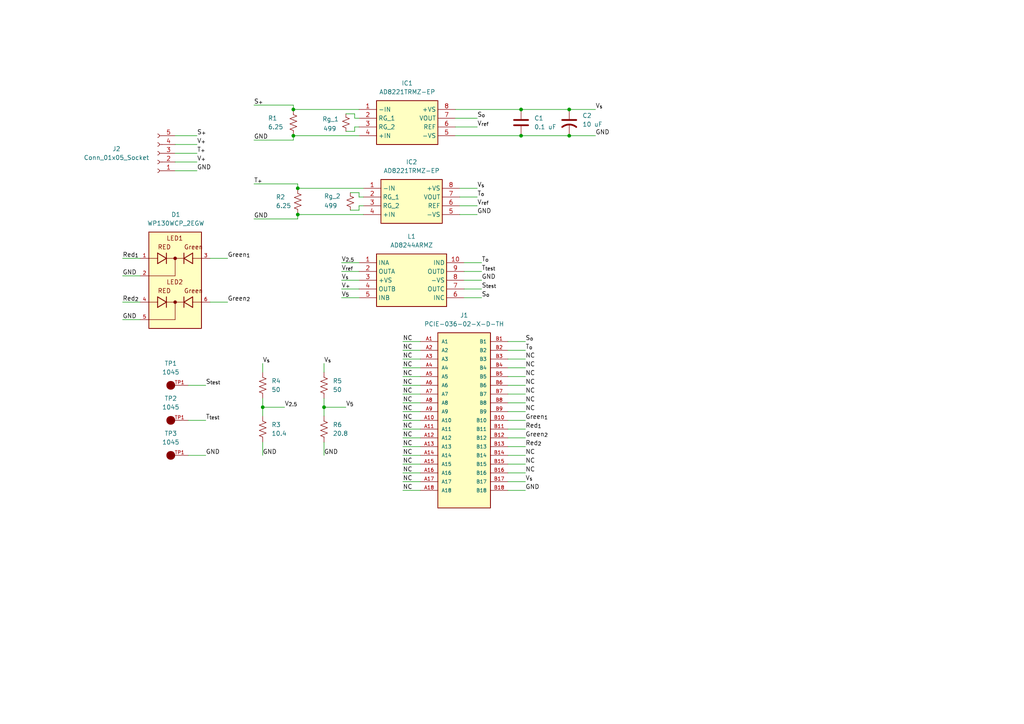
<source format=kicad_sch>
(kicad_sch
	(version 20250114)
	(generator "eeschema")
	(generator_version "9.0")
	(uuid "044df771-0288-4dc4-a604-257e905d1378")
	(paper "A4")
	(lib_symbols
		(symbol "Connector:Conn_01x05_Socket"
			(pin_names
				(offset 1.016)
				(hide yes)
			)
			(exclude_from_sim no)
			(in_bom yes)
			(on_board yes)
			(property "Reference" "J"
				(at 0 7.62 0)
				(effects
					(font
						(size 1.27 1.27)
					)
				)
			)
			(property "Value" "Conn_01x05_Socket"
				(at 0 -7.62 0)
				(effects
					(font
						(size 1.27 1.27)
					)
				)
			)
			(property "Footprint" ""
				(at 0 0 0)
				(effects
					(font
						(size 1.27 1.27)
					)
					(hide yes)
				)
			)
			(property "Datasheet" "~"
				(at 0 0 0)
				(effects
					(font
						(size 1.27 1.27)
					)
					(hide yes)
				)
			)
			(property "Description" "Generic connector, single row, 01x05, script generated"
				(at 0 0 0)
				(effects
					(font
						(size 1.27 1.27)
					)
					(hide yes)
				)
			)
			(property "ki_locked" ""
				(at 0 0 0)
				(effects
					(font
						(size 1.27 1.27)
					)
				)
			)
			(property "ki_keywords" "connector"
				(at 0 0 0)
				(effects
					(font
						(size 1.27 1.27)
					)
					(hide yes)
				)
			)
			(property "ki_fp_filters" "Connector*:*_1x??_*"
				(at 0 0 0)
				(effects
					(font
						(size 1.27 1.27)
					)
					(hide yes)
				)
			)
			(symbol "Conn_01x05_Socket_1_1"
				(polyline
					(pts
						(xy -1.27 5.08) (xy -0.508 5.08)
					)
					(stroke
						(width 0.1524)
						(type default)
					)
					(fill
						(type none)
					)
				)
				(polyline
					(pts
						(xy -1.27 2.54) (xy -0.508 2.54)
					)
					(stroke
						(width 0.1524)
						(type default)
					)
					(fill
						(type none)
					)
				)
				(polyline
					(pts
						(xy -1.27 0) (xy -0.508 0)
					)
					(stroke
						(width 0.1524)
						(type default)
					)
					(fill
						(type none)
					)
				)
				(polyline
					(pts
						(xy -1.27 -2.54) (xy -0.508 -2.54)
					)
					(stroke
						(width 0.1524)
						(type default)
					)
					(fill
						(type none)
					)
				)
				(polyline
					(pts
						(xy -1.27 -5.08) (xy -0.508 -5.08)
					)
					(stroke
						(width 0.1524)
						(type default)
					)
					(fill
						(type none)
					)
				)
				(arc
					(start 0 4.572)
					(mid -0.5058 5.08)
					(end 0 5.588)
					(stroke
						(width 0.1524)
						(type default)
					)
					(fill
						(type none)
					)
				)
				(arc
					(start 0 2.032)
					(mid -0.5058 2.54)
					(end 0 3.048)
					(stroke
						(width 0.1524)
						(type default)
					)
					(fill
						(type none)
					)
				)
				(arc
					(start 0 -0.508)
					(mid -0.5058 0)
					(end 0 0.508)
					(stroke
						(width 0.1524)
						(type default)
					)
					(fill
						(type none)
					)
				)
				(arc
					(start 0 -3.048)
					(mid -0.5058 -2.54)
					(end 0 -2.032)
					(stroke
						(width 0.1524)
						(type default)
					)
					(fill
						(type none)
					)
				)
				(arc
					(start 0 -5.588)
					(mid -0.5058 -5.08)
					(end 0 -4.572)
					(stroke
						(width 0.1524)
						(type default)
					)
					(fill
						(type none)
					)
				)
				(pin passive line
					(at -5.08 5.08 0)
					(length 3.81)
					(name "Pin_1"
						(effects
							(font
								(size 1.27 1.27)
							)
						)
					)
					(number "1"
						(effects
							(font
								(size 1.27 1.27)
							)
						)
					)
				)
				(pin passive line
					(at -5.08 2.54 0)
					(length 3.81)
					(name "Pin_2"
						(effects
							(font
								(size 1.27 1.27)
							)
						)
					)
					(number "2"
						(effects
							(font
								(size 1.27 1.27)
							)
						)
					)
				)
				(pin passive line
					(at -5.08 0 0)
					(length 3.81)
					(name "Pin_3"
						(effects
							(font
								(size 1.27 1.27)
							)
						)
					)
					(number "3"
						(effects
							(font
								(size 1.27 1.27)
							)
						)
					)
				)
				(pin passive line
					(at -5.08 -2.54 0)
					(length 3.81)
					(name "Pin_4"
						(effects
							(font
								(size 1.27 1.27)
							)
						)
					)
					(number "4"
						(effects
							(font
								(size 1.27 1.27)
							)
						)
					)
				)
				(pin passive line
					(at -5.08 -5.08 0)
					(length 3.81)
					(name "Pin_5"
						(effects
							(font
								(size 1.27 1.27)
							)
						)
					)
					(number "5"
						(effects
							(font
								(size 1.27 1.27)
							)
						)
					)
				)
			)
			(embedded_fonts no)
		)
		(symbol "Device:C"
			(pin_numbers
				(hide yes)
			)
			(pin_names
				(offset 0.254)
			)
			(exclude_from_sim no)
			(in_bom yes)
			(on_board yes)
			(property "Reference" "C"
				(at 0.635 2.54 0)
				(effects
					(font
						(size 1.27 1.27)
					)
					(justify left)
				)
			)
			(property "Value" "C"
				(at 0.635 -2.54 0)
				(effects
					(font
						(size 1.27 1.27)
					)
					(justify left)
				)
			)
			(property "Footprint" ""
				(at 0.9652 -3.81 0)
				(effects
					(font
						(size 1.27 1.27)
					)
					(hide yes)
				)
			)
			(property "Datasheet" "~"
				(at 0 0 0)
				(effects
					(font
						(size 1.27 1.27)
					)
					(hide yes)
				)
			)
			(property "Description" "Unpolarized capacitor"
				(at 0 0 0)
				(effects
					(font
						(size 1.27 1.27)
					)
					(hide yes)
				)
			)
			(property "ki_keywords" "cap capacitor"
				(at 0 0 0)
				(effects
					(font
						(size 1.27 1.27)
					)
					(hide yes)
				)
			)
			(property "ki_fp_filters" "C_*"
				(at 0 0 0)
				(effects
					(font
						(size 1.27 1.27)
					)
					(hide yes)
				)
			)
			(symbol "C_0_1"
				(polyline
					(pts
						(xy -2.032 0.762) (xy 2.032 0.762)
					)
					(stroke
						(width 0.508)
						(type default)
					)
					(fill
						(type none)
					)
				)
				(polyline
					(pts
						(xy -2.032 -0.762) (xy 2.032 -0.762)
					)
					(stroke
						(width 0.508)
						(type default)
					)
					(fill
						(type none)
					)
				)
			)
			(symbol "C_1_1"
				(pin passive line
					(at 0 3.81 270)
					(length 2.794)
					(name "~"
						(effects
							(font
								(size 1.27 1.27)
							)
						)
					)
					(number "1"
						(effects
							(font
								(size 1.27 1.27)
							)
						)
					)
				)
				(pin passive line
					(at 0 -3.81 90)
					(length 2.794)
					(name "~"
						(effects
							(font
								(size 1.27 1.27)
							)
						)
					)
					(number "2"
						(effects
							(font
								(size 1.27 1.27)
							)
						)
					)
				)
			)
			(embedded_fonts no)
		)
		(symbol "Device:C_US"
			(pin_numbers
				(hide yes)
			)
			(pin_names
				(offset 0.254)
				(hide yes)
			)
			(exclude_from_sim no)
			(in_bom yes)
			(on_board yes)
			(property "Reference" "C"
				(at 0.635 2.54 0)
				(effects
					(font
						(size 1.27 1.27)
					)
					(justify left)
				)
			)
			(property "Value" "C_US"
				(at 0.635 -2.54 0)
				(effects
					(font
						(size 1.27 1.27)
					)
					(justify left)
				)
			)
			(property "Footprint" ""
				(at 0 0 0)
				(effects
					(font
						(size 1.27 1.27)
					)
					(hide yes)
				)
			)
			(property "Datasheet" ""
				(at 0 0 0)
				(effects
					(font
						(size 1.27 1.27)
					)
					(hide yes)
				)
			)
			(property "Description" "capacitor, US symbol"
				(at 0 0 0)
				(effects
					(font
						(size 1.27 1.27)
					)
					(hide yes)
				)
			)
			(property "ki_keywords" "cap capacitor"
				(at 0 0 0)
				(effects
					(font
						(size 1.27 1.27)
					)
					(hide yes)
				)
			)
			(property "ki_fp_filters" "C_*"
				(at 0 0 0)
				(effects
					(font
						(size 1.27 1.27)
					)
					(hide yes)
				)
			)
			(symbol "C_US_0_1"
				(polyline
					(pts
						(xy -2.032 0.762) (xy 2.032 0.762)
					)
					(stroke
						(width 0.508)
						(type default)
					)
					(fill
						(type none)
					)
				)
				(arc
					(start -2.032 -1.27)
					(mid 0 -0.5572)
					(end 2.032 -1.27)
					(stroke
						(width 0.508)
						(type default)
					)
					(fill
						(type none)
					)
				)
			)
			(symbol "C_US_1_1"
				(pin passive line
					(at 0 3.81 270)
					(length 2.794)
					(name "~"
						(effects
							(font
								(size 1.27 1.27)
							)
						)
					)
					(number "1"
						(effects
							(font
								(size 1.27 1.27)
							)
						)
					)
				)
				(pin passive line
					(at 0 -3.81 90)
					(length 3.302)
					(name "~"
						(effects
							(font
								(size 1.27 1.27)
							)
						)
					)
					(number "2"
						(effects
							(font
								(size 1.27 1.27)
							)
						)
					)
				)
			)
			(embedded_fonts no)
		)
		(symbol "Device:R_Small_US"
			(pin_numbers
				(hide yes)
			)
			(pin_names
				(offset 0.254)
				(hide yes)
			)
			(exclude_from_sim no)
			(in_bom yes)
			(on_board yes)
			(property "Reference" "R"
				(at 0.762 0.508 0)
				(effects
					(font
						(size 1.27 1.27)
					)
					(justify left)
				)
			)
			(property "Value" "R_Small_US"
				(at 0.762 -1.016 0)
				(effects
					(font
						(size 1.27 1.27)
					)
					(justify left)
				)
			)
			(property "Footprint" ""
				(at 0 0 0)
				(effects
					(font
						(size 1.27 1.27)
					)
					(hide yes)
				)
			)
			(property "Datasheet" "~"
				(at 0 0 0)
				(effects
					(font
						(size 1.27 1.27)
					)
					(hide yes)
				)
			)
			(property "Description" "Resistor, small US symbol"
				(at 0 0 0)
				(effects
					(font
						(size 1.27 1.27)
					)
					(hide yes)
				)
			)
			(property "ki_keywords" "r resistor"
				(at 0 0 0)
				(effects
					(font
						(size 1.27 1.27)
					)
					(hide yes)
				)
			)
			(property "ki_fp_filters" "R_*"
				(at 0 0 0)
				(effects
					(font
						(size 1.27 1.27)
					)
					(hide yes)
				)
			)
			(symbol "R_Small_US_1_1"
				(polyline
					(pts
						(xy 0 1.524) (xy 1.016 1.143) (xy 0 0.762) (xy -1.016 0.381) (xy 0 0)
					)
					(stroke
						(width 0)
						(type default)
					)
					(fill
						(type none)
					)
				)
				(polyline
					(pts
						(xy 0 0) (xy 1.016 -0.381) (xy 0 -0.762) (xy -1.016 -1.143) (xy 0 -1.524)
					)
					(stroke
						(width 0)
						(type default)
					)
					(fill
						(type none)
					)
				)
				(pin passive line
					(at 0 2.54 270)
					(length 1.016)
					(name "~"
						(effects
							(font
								(size 1.27 1.27)
							)
						)
					)
					(number "1"
						(effects
							(font
								(size 1.27 1.27)
							)
						)
					)
				)
				(pin passive line
					(at 0 -2.54 90)
					(length 1.016)
					(name "~"
						(effects
							(font
								(size 1.27 1.27)
							)
						)
					)
					(number "2"
						(effects
							(font
								(size 1.27 1.27)
							)
						)
					)
				)
			)
			(embedded_fonts no)
		)
		(symbol "Device:R_US"
			(pin_numbers
				(hide yes)
			)
			(pin_names
				(offset 0)
			)
			(exclude_from_sim no)
			(in_bom yes)
			(on_board yes)
			(property "Reference" "R"
				(at 2.54 0 90)
				(effects
					(font
						(size 1.27 1.27)
					)
				)
			)
			(property "Value" "R_US"
				(at -2.54 0 90)
				(effects
					(font
						(size 1.27 1.27)
					)
				)
			)
			(property "Footprint" ""
				(at 1.016 -0.254 90)
				(effects
					(font
						(size 1.27 1.27)
					)
					(hide yes)
				)
			)
			(property "Datasheet" "~"
				(at 0 0 0)
				(effects
					(font
						(size 1.27 1.27)
					)
					(hide yes)
				)
			)
			(property "Description" "Resistor, US symbol"
				(at 0 0 0)
				(effects
					(font
						(size 1.27 1.27)
					)
					(hide yes)
				)
			)
			(property "ki_keywords" "R res resistor"
				(at 0 0 0)
				(effects
					(font
						(size 1.27 1.27)
					)
					(hide yes)
				)
			)
			(property "ki_fp_filters" "R_*"
				(at 0 0 0)
				(effects
					(font
						(size 1.27 1.27)
					)
					(hide yes)
				)
			)
			(symbol "R_US_0_1"
				(polyline
					(pts
						(xy 0 2.286) (xy 0 2.54)
					)
					(stroke
						(width 0)
						(type default)
					)
					(fill
						(type none)
					)
				)
				(polyline
					(pts
						(xy 0 2.286) (xy 1.016 1.905) (xy 0 1.524) (xy -1.016 1.143) (xy 0 0.762)
					)
					(stroke
						(width 0)
						(type default)
					)
					(fill
						(type none)
					)
				)
				(polyline
					(pts
						(xy 0 0.762) (xy 1.016 0.381) (xy 0 0) (xy -1.016 -0.381) (xy 0 -0.762)
					)
					(stroke
						(width 0)
						(type default)
					)
					(fill
						(type none)
					)
				)
				(polyline
					(pts
						(xy 0 -0.762) (xy 1.016 -1.143) (xy 0 -1.524) (xy -1.016 -1.905) (xy 0 -2.286)
					)
					(stroke
						(width 0)
						(type default)
					)
					(fill
						(type none)
					)
				)
				(polyline
					(pts
						(xy 0 -2.286) (xy 0 -2.54)
					)
					(stroke
						(width 0)
						(type default)
					)
					(fill
						(type none)
					)
				)
			)
			(symbol "R_US_1_1"
				(pin passive line
					(at 0 3.81 270)
					(length 1.27)
					(name "~"
						(effects
							(font
								(size 1.27 1.27)
							)
						)
					)
					(number "1"
						(effects
							(font
								(size 1.27 1.27)
							)
						)
					)
				)
				(pin passive line
					(at 0 -3.81 90)
					(length 1.27)
					(name "~"
						(effects
							(font
								(size 1.27 1.27)
							)
						)
					)
					(number "2"
						(effects
							(font
								(size 1.27 1.27)
							)
						)
					)
				)
			)
			(embedded_fonts no)
		)
		(symbol "Link_Components:1045"
			(pin_names
				(offset 1.016)
			)
			(exclude_from_sim no)
			(in_bom yes)
			(on_board yes)
			(property "Reference" "TP"
				(at -2.54 2.54 0)
				(effects
					(font
						(size 1.27 1.27)
					)
					(justify left bottom)
				)
			)
			(property "Value" "1045"
				(at -2.54 -5.08 0)
				(effects
					(font
						(size 1.27 1.27)
					)
					(justify left bottom)
				)
			)
			(property "Footprint" ""
				(at 0 0 0)
				(effects
					(font
						(size 1.27 1.27)
					)
					(justify bottom)
					(hide yes)
				)
			)
			(property "Datasheet" ""
				(at 0 0 0)
				(effects
					(font
						(size 1.27 1.27)
					)
					(hide yes)
				)
			)
			(property "Description" ""
				(at 0 0 0)
				(effects
					(font
						(size 1.27 1.27)
					)
					(hide yes)
				)
			)
			(property "PARTREV" "B"
				(at 0 0 0)
				(effects
					(font
						(size 1.27 1.27)
					)
					(justify bottom)
					(hide yes)
				)
			)
			(property "MANUFACTURER" "Keystone"
				(at 0 0 0)
				(effects
					(font
						(size 1.27 1.27)
					)
					(justify bottom)
					(hide yes)
				)
			)
			(property "SNAPEDA_PN" "1045"
				(at 0 0 0)
				(effects
					(font
						(size 1.27 1.27)
					)
					(justify bottom)
					(hide yes)
				)
			)
			(property "MAXIMUM_PACKAGE_HEIGHT" "4.5mm"
				(at 0 0 0)
				(effects
					(font
						(size 1.27 1.27)
					)
					(justify bottom)
					(hide yes)
				)
			)
			(property "STANDARD" "IPC-7351B"
				(at 0 0 0)
				(effects
					(font
						(size 1.27 1.27)
					)
					(justify bottom)
					(hide yes)
				)
			)
			(symbol "1045_0_0"
				(circle
					(center 1.27 0)
					(radius 0.635)
					(stroke
						(width 1.27)
						(type default)
					)
					(fill
						(type none)
					)
				)
			)
			(symbol "1045_1_0"
				(pin passive line
					(at -3.81 0 0)
					(length 5.08)
					(name "~"
						(effects
							(font
								(size 1.016 1.016)
							)
						)
					)
					(number "TP1"
						(effects
							(font
								(size 1.016 1.016)
							)
						)
					)
				)
			)
			(embedded_fonts no)
		)
		(symbol "Link_Components:AD8221TRMZ-EP"
			(exclude_from_sim no)
			(in_bom yes)
			(on_board yes)
			(property "Reference" "IC"
				(at 24.13 7.62 0)
				(effects
					(font
						(size 1.27 1.27)
					)
					(justify left top)
				)
			)
			(property "Value" "AD8221TRMZ-EP"
				(at 24.13 5.08 0)
				(effects
					(font
						(size 1.27 1.27)
					)
					(justify left top)
				)
			)
			(property "Footprint" ""
				(at 24.13 -94.92 0)
				(effects
					(font
						(size 1.27 1.27)
					)
					(justify left top)
					(hide yes)
				)
			)
			(property "Datasheet" "https://www.analog.com/media/en/technical-documentation/data-sheets/AD8221-EP.pdf"
				(at 24.13 -194.92 0)
				(effects
					(font
						(size 1.27 1.27)
					)
					(justify left top)
					(hide yes)
				)
			)
			(property "Description" "Instrumentation Amplifiers Precision Instrumentation Amplifier"
				(at 0 0 0)
				(effects
					(font
						(size 1.27 1.27)
					)
					(hide yes)
				)
			)
			(property "Height" "1.1"
				(at 24.13 -394.92 0)
				(effects
					(font
						(size 1.27 1.27)
					)
					(justify left top)
					(hide yes)
				)
			)
			(property "Manufacturer_Name" "Analog Devices"
				(at 24.13 -494.92 0)
				(effects
					(font
						(size 1.27 1.27)
					)
					(justify left top)
					(hide yes)
				)
			)
			(property "Manufacturer_Part_Number" "AD8221TRMZ-EP"
				(at 24.13 -594.92 0)
				(effects
					(font
						(size 1.27 1.27)
					)
					(justify left top)
					(hide yes)
				)
			)
			(property "Mouser Part Number" "584-AD8221TRMZ-EP"
				(at 24.13 -694.92 0)
				(effects
					(font
						(size 1.27 1.27)
					)
					(justify left top)
					(hide yes)
				)
			)
			(property "Mouser Price/Stock" "https://www.mouser.co.uk/ProductDetail/Analog-Devices/AD8221TRMZ-EP?qs=he1Eu8VmQT0A9Q89oR907g%3D%3D"
				(at 24.13 -794.92 0)
				(effects
					(font
						(size 1.27 1.27)
					)
					(justify left top)
					(hide yes)
				)
			)
			(property "Arrow Part Number" "AD8221TRMZ-EP"
				(at 24.13 -894.92 0)
				(effects
					(font
						(size 1.27 1.27)
					)
					(justify left top)
					(hide yes)
				)
			)
			(property "Arrow Price/Stock" "https://www.arrow.com/en/products/ad8221trmz-ep/analog-devices?region=europe"
				(at 24.13 -994.92 0)
				(effects
					(font
						(size 1.27 1.27)
					)
					(justify left top)
					(hide yes)
				)
			)
			(symbol "AD8221TRMZ-EP_1_1"
				(rectangle
					(start 5.08 2.54)
					(end 22.86 -10.16)
					(stroke
						(width 0.254)
						(type default)
					)
					(fill
						(type background)
					)
				)
				(pin passive line
					(at 0 0 0)
					(length 5.08)
					(name "-IN"
						(effects
							(font
								(size 1.27 1.27)
							)
						)
					)
					(number "1"
						(effects
							(font
								(size 1.27 1.27)
							)
						)
					)
				)
				(pin passive line
					(at 0 -2.54 0)
					(length 5.08)
					(name "RG_1"
						(effects
							(font
								(size 1.27 1.27)
							)
						)
					)
					(number "2"
						(effects
							(font
								(size 1.27 1.27)
							)
						)
					)
				)
				(pin passive line
					(at 0 -5.08 0)
					(length 5.08)
					(name "RG_2"
						(effects
							(font
								(size 1.27 1.27)
							)
						)
					)
					(number "3"
						(effects
							(font
								(size 1.27 1.27)
							)
						)
					)
				)
				(pin passive line
					(at 0 -7.62 0)
					(length 5.08)
					(name "+IN"
						(effects
							(font
								(size 1.27 1.27)
							)
						)
					)
					(number "4"
						(effects
							(font
								(size 1.27 1.27)
							)
						)
					)
				)
				(pin passive line
					(at 27.94 0 180)
					(length 5.08)
					(name "+VS"
						(effects
							(font
								(size 1.27 1.27)
							)
						)
					)
					(number "8"
						(effects
							(font
								(size 1.27 1.27)
							)
						)
					)
				)
				(pin passive line
					(at 27.94 -2.54 180)
					(length 5.08)
					(name "VOUT"
						(effects
							(font
								(size 1.27 1.27)
							)
						)
					)
					(number "7"
						(effects
							(font
								(size 1.27 1.27)
							)
						)
					)
				)
				(pin passive line
					(at 27.94 -5.08 180)
					(length 5.08)
					(name "REF"
						(effects
							(font
								(size 1.27 1.27)
							)
						)
					)
					(number "6"
						(effects
							(font
								(size 1.27 1.27)
							)
						)
					)
				)
				(pin passive line
					(at 27.94 -7.62 180)
					(length 5.08)
					(name "-VS"
						(effects
							(font
								(size 1.27 1.27)
							)
						)
					)
					(number "5"
						(effects
							(font
								(size 1.27 1.27)
							)
						)
					)
				)
			)
			(embedded_fonts no)
		)
		(symbol "Link_Components:AD8244ARMZ"
			(exclude_from_sim no)
			(in_bom yes)
			(on_board yes)
			(property "Reference" "L"
				(at 26.67 7.62 0)
				(effects
					(font
						(size 1.27 1.27)
					)
					(justify left top)
				)
			)
			(property "Value" "AD8244ARMZ"
				(at 26.67 5.08 0)
				(effects
					(font
						(size 1.27 1.27)
					)
					(justify left top)
				)
			)
			(property "Footprint" ""
				(at 26.67 -94.92 0)
				(effects
					(font
						(size 1.27 1.27)
					)
					(justify left top)
					(hide yes)
				)
			)
			(property "Datasheet" "https://componentsearchengine.com/Datasheets/2/AD8244ARMZ.pdf"
				(at 26.67 -194.92 0)
				(effects
					(font
						(size 1.27 1.27)
					)
					(justify left top)
					(hide yes)
				)
			)
			(property "Description" "Analog Devices AD8244ARMZ, Quad Precision Op Amp, 3MHz Rail-Rail, 3  36 V, 10-Pin MSOP"
				(at 0 0 0)
				(effects
					(font
						(size 1.27 1.27)
					)
					(hide yes)
				)
			)
			(property "Height" "1.1"
				(at 26.67 -394.92 0)
				(effects
					(font
						(size 1.27 1.27)
					)
					(justify left top)
					(hide yes)
				)
			)
			(property "Manufacturer_Name" "Analog Devices"
				(at 26.67 -494.92 0)
				(effects
					(font
						(size 1.27 1.27)
					)
					(justify left top)
					(hide yes)
				)
			)
			(property "Manufacturer_Part_Number" "AD8244ARMZ"
				(at 26.67 -594.92 0)
				(effects
					(font
						(size 1.27 1.27)
					)
					(justify left top)
					(hide yes)
				)
			)
			(property "Mouser Part Number" "584-AD8244ARMZ"
				(at 26.67 -694.92 0)
				(effects
					(font
						(size 1.27 1.27)
					)
					(justify left top)
					(hide yes)
				)
			)
			(property "Mouser Price/Stock" "https://www.mouser.co.uk/ProductDetail/Analog-Devices/AD8244ARMZ?qs=U5SWHfT1b2lwrpzZ4yNVvQ%3D%3D"
				(at 26.67 -794.92 0)
				(effects
					(font
						(size 1.27 1.27)
					)
					(justify left top)
					(hide yes)
				)
			)
			(property "Arrow Part Number" "AD8244ARMZ"
				(at 26.67 -894.92 0)
				(effects
					(font
						(size 1.27 1.27)
					)
					(justify left top)
					(hide yes)
				)
			)
			(property "Arrow Price/Stock" "https://www.arrow.com/en/products/ad8244armz/analog-devices?utm_currency=USD&region=nac"
				(at 26.67 -994.92 0)
				(effects
					(font
						(size 1.27 1.27)
					)
					(justify left top)
					(hide yes)
				)
			)
			(symbol "AD8244ARMZ_1_1"
				(rectangle
					(start 5.08 2.54)
					(end 25.4 -12.7)
					(stroke
						(width 0.254)
						(type default)
					)
					(fill
						(type background)
					)
				)
				(pin passive line
					(at 0 0 0)
					(length 5.08)
					(name "INA"
						(effects
							(font
								(size 1.27 1.27)
							)
						)
					)
					(number "1"
						(effects
							(font
								(size 1.27 1.27)
							)
						)
					)
				)
				(pin passive line
					(at 0 -2.54 0)
					(length 5.08)
					(name "OUTA"
						(effects
							(font
								(size 1.27 1.27)
							)
						)
					)
					(number "2"
						(effects
							(font
								(size 1.27 1.27)
							)
						)
					)
				)
				(pin passive line
					(at 0 -5.08 0)
					(length 5.08)
					(name "+VS"
						(effects
							(font
								(size 1.27 1.27)
							)
						)
					)
					(number "3"
						(effects
							(font
								(size 1.27 1.27)
							)
						)
					)
				)
				(pin passive line
					(at 0 -7.62 0)
					(length 5.08)
					(name "OUTB"
						(effects
							(font
								(size 1.27 1.27)
							)
						)
					)
					(number "4"
						(effects
							(font
								(size 1.27 1.27)
							)
						)
					)
				)
				(pin passive line
					(at 0 -10.16 0)
					(length 5.08)
					(name "INB"
						(effects
							(font
								(size 1.27 1.27)
							)
						)
					)
					(number "5"
						(effects
							(font
								(size 1.27 1.27)
							)
						)
					)
				)
				(pin passive line
					(at 30.48 0 180)
					(length 5.08)
					(name "IND"
						(effects
							(font
								(size 1.27 1.27)
							)
						)
					)
					(number "10"
						(effects
							(font
								(size 1.27 1.27)
							)
						)
					)
				)
				(pin passive line
					(at 30.48 -2.54 180)
					(length 5.08)
					(name "OUTD"
						(effects
							(font
								(size 1.27 1.27)
							)
						)
					)
					(number "9"
						(effects
							(font
								(size 1.27 1.27)
							)
						)
					)
				)
				(pin passive line
					(at 30.48 -5.08 180)
					(length 5.08)
					(name "-VS"
						(effects
							(font
								(size 1.27 1.27)
							)
						)
					)
					(number "8"
						(effects
							(font
								(size 1.27 1.27)
							)
						)
					)
				)
				(pin passive line
					(at 30.48 -7.62 180)
					(length 5.08)
					(name "OUTC"
						(effects
							(font
								(size 1.27 1.27)
							)
						)
					)
					(number "7"
						(effects
							(font
								(size 1.27 1.27)
							)
						)
					)
				)
				(pin passive line
					(at 30.48 -10.16 180)
					(length 5.08)
					(name "INC"
						(effects
							(font
								(size 1.27 1.27)
							)
						)
					)
					(number "6"
						(effects
							(font
								(size 1.27 1.27)
							)
						)
					)
				)
			)
			(embedded_fonts no)
		)
		(symbol "Link_Components:PCIE-036-02-X-D-TH"
			(pin_names
				(offset 1.016)
			)
			(exclude_from_sim no)
			(in_bom yes)
			(on_board yes)
			(property "Reference" "J"
				(at -7.62 26.162 0)
				(effects
					(font
						(size 1.27 1.27)
					)
					(justify left bottom)
				)
			)
			(property "Value" "PCIE-036-02-X-D-TH"
				(at -11.684 -28.448 0)
				(effects
					(font
						(size 1.27 1.27)
					)
					(justify left bottom)
				)
			)
			(property "Footprint" ""
				(at 0 0 0)
				(effects
					(font
						(size 1.27 1.27)
					)
					(justify bottom)
					(hide yes)
				)
			)
			(property "Datasheet" ""
				(at 0 0 0)
				(effects
					(font
						(size 1.27 1.27)
					)
					(hide yes)
				)
			)
			(property "Description" ""
				(at 0 0 0)
				(effects
					(font
						(size 1.27 1.27)
					)
					(hide yes)
				)
			)
			(property "PARTREV" "D"
				(at 0 0 0)
				(effects
					(font
						(size 1.27 1.27)
					)
					(justify bottom)
					(hide yes)
				)
			)
			(property "STANDARD" "Manufacturer Recommendations"
				(at 0 0 0)
				(effects
					(font
						(size 1.27 1.27)
					)
					(justify bottom)
					(hide yes)
				)
			)
			(property "MAXIMUM_PACKAGE_HEIGHT" "11.38mm"
				(at 0 0 0)
				(effects
					(font
						(size 1.27 1.27)
					)
					(justify bottom)
					(hide yes)
				)
			)
			(property "MANUFACTURER" "Samtec Inc"
				(at 0 0 0)
				(effects
					(font
						(size 1.27 1.27)
					)
					(justify bottom)
					(hide yes)
				)
			)
			(symbol "PCIE-036-02-X-D-TH_0_0"
				(rectangle
					(start -7.62 -25.4)
					(end 7.62 25.4)
					(stroke
						(width 0.254)
						(type default)
					)
					(fill
						(type background)
					)
				)
				(pin passive line
					(at -12.7 22.86 0)
					(length 5.08)
					(name "A1"
						(effects
							(font
								(size 1.016 1.016)
							)
						)
					)
					(number "A1"
						(effects
							(font
								(size 1.016 1.016)
							)
						)
					)
				)
				(pin passive line
					(at -12.7 20.32 0)
					(length 5.08)
					(name "A2"
						(effects
							(font
								(size 1.016 1.016)
							)
						)
					)
					(number "A2"
						(effects
							(font
								(size 1.016 1.016)
							)
						)
					)
				)
				(pin passive line
					(at -12.7 17.78 0)
					(length 5.08)
					(name "A3"
						(effects
							(font
								(size 1.016 1.016)
							)
						)
					)
					(number "A3"
						(effects
							(font
								(size 1.016 1.016)
							)
						)
					)
				)
				(pin passive line
					(at -12.7 15.24 0)
					(length 5.08)
					(name "A4"
						(effects
							(font
								(size 1.016 1.016)
							)
						)
					)
					(number "A4"
						(effects
							(font
								(size 1.016 1.016)
							)
						)
					)
				)
				(pin passive line
					(at -12.7 12.7 0)
					(length 5.08)
					(name "A5"
						(effects
							(font
								(size 1.016 1.016)
							)
						)
					)
					(number "A5"
						(effects
							(font
								(size 1.016 1.016)
							)
						)
					)
				)
				(pin passive line
					(at -12.7 10.16 0)
					(length 5.08)
					(name "A6"
						(effects
							(font
								(size 1.016 1.016)
							)
						)
					)
					(number "A6"
						(effects
							(font
								(size 1.016 1.016)
							)
						)
					)
				)
				(pin passive line
					(at -12.7 7.62 0)
					(length 5.08)
					(name "A7"
						(effects
							(font
								(size 1.016 1.016)
							)
						)
					)
					(number "A7"
						(effects
							(font
								(size 1.016 1.016)
							)
						)
					)
				)
				(pin passive line
					(at -12.7 5.08 0)
					(length 5.08)
					(name "A8"
						(effects
							(font
								(size 1.016 1.016)
							)
						)
					)
					(number "A8"
						(effects
							(font
								(size 1.016 1.016)
							)
						)
					)
				)
				(pin passive line
					(at -12.7 2.54 0)
					(length 5.08)
					(name "A9"
						(effects
							(font
								(size 1.016 1.016)
							)
						)
					)
					(number "A9"
						(effects
							(font
								(size 1.016 1.016)
							)
						)
					)
				)
				(pin passive line
					(at -12.7 0 0)
					(length 5.08)
					(name "A10"
						(effects
							(font
								(size 1.016 1.016)
							)
						)
					)
					(number "A10"
						(effects
							(font
								(size 1.016 1.016)
							)
						)
					)
				)
				(pin passive line
					(at -12.7 -2.54 0)
					(length 5.08)
					(name "A11"
						(effects
							(font
								(size 1.016 1.016)
							)
						)
					)
					(number "A11"
						(effects
							(font
								(size 1.016 1.016)
							)
						)
					)
				)
				(pin passive line
					(at -12.7 -5.08 0)
					(length 5.08)
					(name "A12"
						(effects
							(font
								(size 1.016 1.016)
							)
						)
					)
					(number "A12"
						(effects
							(font
								(size 1.016 1.016)
							)
						)
					)
				)
				(pin passive line
					(at -12.7 -7.62 0)
					(length 5.08)
					(name "A13"
						(effects
							(font
								(size 1.016 1.016)
							)
						)
					)
					(number "A13"
						(effects
							(font
								(size 1.016 1.016)
							)
						)
					)
				)
				(pin passive line
					(at -12.7 -10.16 0)
					(length 5.08)
					(name "A14"
						(effects
							(font
								(size 1.016 1.016)
							)
						)
					)
					(number "A14"
						(effects
							(font
								(size 1.016 1.016)
							)
						)
					)
				)
				(pin passive line
					(at -12.7 -12.7 0)
					(length 5.08)
					(name "A15"
						(effects
							(font
								(size 1.016 1.016)
							)
						)
					)
					(number "A15"
						(effects
							(font
								(size 1.016 1.016)
							)
						)
					)
				)
				(pin passive line
					(at -12.7 -15.24 0)
					(length 5.08)
					(name "A16"
						(effects
							(font
								(size 1.016 1.016)
							)
						)
					)
					(number "A16"
						(effects
							(font
								(size 1.016 1.016)
							)
						)
					)
				)
				(pin passive line
					(at -12.7 -17.78 0)
					(length 5.08)
					(name "A17"
						(effects
							(font
								(size 1.016 1.016)
							)
						)
					)
					(number "A17"
						(effects
							(font
								(size 1.016 1.016)
							)
						)
					)
				)
				(pin passive line
					(at -12.7 -20.32 0)
					(length 5.08)
					(name "A18"
						(effects
							(font
								(size 1.016 1.016)
							)
						)
					)
					(number "A18"
						(effects
							(font
								(size 1.016 1.016)
							)
						)
					)
				)
				(pin passive line
					(at 12.7 22.86 180)
					(length 5.08)
					(name "B1"
						(effects
							(font
								(size 1.016 1.016)
							)
						)
					)
					(number "B1"
						(effects
							(font
								(size 1.016 1.016)
							)
						)
					)
				)
				(pin passive line
					(at 12.7 20.32 180)
					(length 5.08)
					(name "B2"
						(effects
							(font
								(size 1.016 1.016)
							)
						)
					)
					(number "B2"
						(effects
							(font
								(size 1.016 1.016)
							)
						)
					)
				)
				(pin passive line
					(at 12.7 17.78 180)
					(length 5.08)
					(name "B3"
						(effects
							(font
								(size 1.016 1.016)
							)
						)
					)
					(number "B3"
						(effects
							(font
								(size 1.016 1.016)
							)
						)
					)
				)
				(pin passive line
					(at 12.7 15.24 180)
					(length 5.08)
					(name "B4"
						(effects
							(font
								(size 1.016 1.016)
							)
						)
					)
					(number "B4"
						(effects
							(font
								(size 1.016 1.016)
							)
						)
					)
				)
				(pin passive line
					(at 12.7 12.7 180)
					(length 5.08)
					(name "B5"
						(effects
							(font
								(size 1.016 1.016)
							)
						)
					)
					(number "B5"
						(effects
							(font
								(size 1.016 1.016)
							)
						)
					)
				)
				(pin passive line
					(at 12.7 10.16 180)
					(length 5.08)
					(name "B6"
						(effects
							(font
								(size 1.016 1.016)
							)
						)
					)
					(number "B6"
						(effects
							(font
								(size 1.016 1.016)
							)
						)
					)
				)
				(pin passive line
					(at 12.7 7.62 180)
					(length 5.08)
					(name "B7"
						(effects
							(font
								(size 1.016 1.016)
							)
						)
					)
					(number "B7"
						(effects
							(font
								(size 1.016 1.016)
							)
						)
					)
				)
				(pin passive line
					(at 12.7 5.08 180)
					(length 5.08)
					(name "B8"
						(effects
							(font
								(size 1.016 1.016)
							)
						)
					)
					(number "B8"
						(effects
							(font
								(size 1.016 1.016)
							)
						)
					)
				)
				(pin passive line
					(at 12.7 2.54 180)
					(length 5.08)
					(name "B9"
						(effects
							(font
								(size 1.016 1.016)
							)
						)
					)
					(number "B9"
						(effects
							(font
								(size 1.016 1.016)
							)
						)
					)
				)
				(pin passive line
					(at 12.7 0 180)
					(length 5.08)
					(name "B10"
						(effects
							(font
								(size 1.016 1.016)
							)
						)
					)
					(number "B10"
						(effects
							(font
								(size 1.016 1.016)
							)
						)
					)
				)
				(pin passive line
					(at 12.7 -2.54 180)
					(length 5.08)
					(name "B11"
						(effects
							(font
								(size 1.016 1.016)
							)
						)
					)
					(number "B11"
						(effects
							(font
								(size 1.016 1.016)
							)
						)
					)
				)
				(pin passive line
					(at 12.7 -5.08 180)
					(length 5.08)
					(name "B12"
						(effects
							(font
								(size 1.016 1.016)
							)
						)
					)
					(number "B12"
						(effects
							(font
								(size 1.016 1.016)
							)
						)
					)
				)
				(pin passive line
					(at 12.7 -7.62 180)
					(length 5.08)
					(name "B13"
						(effects
							(font
								(size 1.016 1.016)
							)
						)
					)
					(number "B13"
						(effects
							(font
								(size 1.016 1.016)
							)
						)
					)
				)
				(pin passive line
					(at 12.7 -10.16 180)
					(length 5.08)
					(name "B14"
						(effects
							(font
								(size 1.016 1.016)
							)
						)
					)
					(number "B14"
						(effects
							(font
								(size 1.016 1.016)
							)
						)
					)
				)
				(pin passive line
					(at 12.7 -12.7 180)
					(length 5.08)
					(name "B15"
						(effects
							(font
								(size 1.016 1.016)
							)
						)
					)
					(number "B15"
						(effects
							(font
								(size 1.016 1.016)
							)
						)
					)
				)
				(pin passive line
					(at 12.7 -15.24 180)
					(length 5.08)
					(name "B16"
						(effects
							(font
								(size 1.016 1.016)
							)
						)
					)
					(number "B16"
						(effects
							(font
								(size 1.016 1.016)
							)
						)
					)
				)
				(pin passive line
					(at 12.7 -17.78 180)
					(length 5.08)
					(name "B17"
						(effects
							(font
								(size 1.016 1.016)
							)
						)
					)
					(number "B17"
						(effects
							(font
								(size 1.016 1.016)
							)
						)
					)
				)
				(pin passive line
					(at 12.7 -20.32 180)
					(length 5.08)
					(name "B18"
						(effects
							(font
								(size 1.016 1.016)
							)
						)
					)
					(number "B18"
						(effects
							(font
								(size 1.016 1.016)
							)
						)
					)
				)
			)
			(embedded_fonts no)
		)
		(symbol "Link_Components:WP130WCP_2EGW"
			(pin_names
				(offset 1.016)
			)
			(exclude_from_sim no)
			(in_bom yes)
			(on_board yes)
			(property "Reference" "D"
				(at -7.62 17.78 0)
				(effects
					(font
						(size 1.27 1.27)
					)
					(justify left bottom)
				)
			)
			(property "Value" "WP130WCP_2EGW"
				(at -7.62 -17.78 0)
				(effects
					(font
						(size 1.27 1.27)
					)
					(justify left bottom)
				)
			)
			(property "Footprint" ""
				(at 0 0 0)
				(effects
					(font
						(size 1.27 1.27)
					)
					(justify bottom)
					(hide yes)
				)
			)
			(property "Datasheet" ""
				(at 0 0 0)
				(effects
					(font
						(size 1.27 1.27)
					)
					(hide yes)
				)
			)
			(property "Description" ""
				(at 0 0 0)
				(effects
					(font
						(size 1.27 1.27)
					)
					(hide yes)
				)
			)
			(property "PARTREV" "V.10A"
				(at 0 0 0)
				(effects
					(font
						(size 1.27 1.27)
					)
					(justify bottom)
					(hide yes)
				)
			)
			(property "SNAPEDA_PN" "WP130WCP/2EGW"
				(at 0 0 0)
				(effects
					(font
						(size 1.27 1.27)
					)
					(justify bottom)
					(hide yes)
				)
			)
			(property "MANUFACTURER" "Kingbright"
				(at 0 0 0)
				(effects
					(font
						(size 1.27 1.27)
					)
					(justify bottom)
					(hide yes)
				)
			)
			(property "MAXIMUM_PACKAGE_HEIGHT" "9.65 mm"
				(at 0 0 0)
				(effects
					(font
						(size 1.27 1.27)
					)
					(justify bottom)
					(hide yes)
				)
			)
			(property "STANDARD" "Manufacturer Recommendations"
				(at 0 0 0)
				(effects
					(font
						(size 1.27 1.27)
					)
					(justify bottom)
					(hide yes)
				)
			)
			(symbol "WP130WCP_2EGW_0_0"
				(rectangle
					(start -7.62 -12.7)
					(end 7.62 15.24)
					(stroke
						(width 0.254)
						(type default)
					)
					(fill
						(type background)
					)
				)
				(polyline
					(pts
						(xy -5.08 9.144) (xy -5.08 7.62)
					)
					(stroke
						(width 0.254)
						(type default)
					)
					(fill
						(type none)
					)
				)
				(polyline
					(pts
						(xy -5.08 7.62) (xy -7.62 7.62)
					)
					(stroke
						(width 0.1524)
						(type default)
					)
					(fill
						(type none)
					)
				)
				(polyline
					(pts
						(xy -5.08 7.62) (xy -5.08 6.096)
					)
					(stroke
						(width 0.254)
						(type default)
					)
					(fill
						(type none)
					)
				)
				(polyline
					(pts
						(xy -5.08 6.096) (xy -2.54 7.62)
					)
					(stroke
						(width 0.254)
						(type default)
					)
					(fill
						(type none)
					)
				)
				(polyline
					(pts
						(xy -5.08 -3.556) (xy -5.08 -5.08)
					)
					(stroke
						(width 0.254)
						(type default)
					)
					(fill
						(type none)
					)
				)
				(polyline
					(pts
						(xy -5.08 -5.08) (xy -7.62 -5.08)
					)
					(stroke
						(width 0.1524)
						(type default)
					)
					(fill
						(type none)
					)
				)
				(polyline
					(pts
						(xy -5.08 -5.08) (xy -5.08 -6.604)
					)
					(stroke
						(width 0.254)
						(type default)
					)
					(fill
						(type none)
					)
				)
				(polyline
					(pts
						(xy -5.08 -6.604) (xy -2.54 -5.08)
					)
					(stroke
						(width 0.254)
						(type default)
					)
					(fill
						(type none)
					)
				)
				(polyline
					(pts
						(xy -2.54 9.144) (xy -2.54 7.62)
					)
					(stroke
						(width 0.254)
						(type default)
					)
					(fill
						(type none)
					)
				)
				(polyline
					(pts
						(xy -2.54 7.62) (xy -5.08 9.144)
					)
					(stroke
						(width 0.254)
						(type default)
					)
					(fill
						(type none)
					)
				)
				(polyline
					(pts
						(xy -2.54 7.62) (xy -2.54 6.096)
					)
					(stroke
						(width 0.254)
						(type default)
					)
					(fill
						(type none)
					)
				)
				(polyline
					(pts
						(xy -2.54 7.62) (xy 0 7.62)
					)
					(stroke
						(width 0.1524)
						(type default)
					)
					(fill
						(type none)
					)
				)
				(polyline
					(pts
						(xy -2.54 -3.556) (xy -2.54 -5.08)
					)
					(stroke
						(width 0.254)
						(type default)
					)
					(fill
						(type none)
					)
				)
				(polyline
					(pts
						(xy -2.54 -5.08) (xy -5.08 -3.556)
					)
					(stroke
						(width 0.254)
						(type default)
					)
					(fill
						(type none)
					)
				)
				(polyline
					(pts
						(xy -2.54 -5.08) (xy -2.54 -6.604)
					)
					(stroke
						(width 0.254)
						(type default)
					)
					(fill
						(type none)
					)
				)
				(polyline
					(pts
						(xy -2.54 -5.08) (xy 0 -5.08)
					)
					(stroke
						(width 0.1524)
						(type default)
					)
					(fill
						(type none)
					)
				)
				(circle
					(center 0 7.62)
					(radius 0.254)
					(stroke
						(width 0.508)
						(type default)
					)
					(fill
						(type none)
					)
				)
				(polyline
					(pts
						(xy 0 7.62) (xy 0 2.54)
					)
					(stroke
						(width 0.1524)
						(type default)
					)
					(fill
						(type none)
					)
				)
				(polyline
					(pts
						(xy 0 7.62) (xy 2.54 7.62)
					)
					(stroke
						(width 0.1524)
						(type default)
					)
					(fill
						(type none)
					)
				)
				(polyline
					(pts
						(xy 0 2.54) (xy -7.62 2.54)
					)
					(stroke
						(width 0.1524)
						(type default)
					)
					(fill
						(type none)
					)
				)
				(polyline
					(pts
						(xy 0 -5.08) (xy 0 -10.16)
					)
					(stroke
						(width 0.1524)
						(type default)
					)
					(fill
						(type none)
					)
				)
				(polyline
					(pts
						(xy 0 -5.08) (xy 2.54 -5.08)
					)
					(stroke
						(width 0.1524)
						(type default)
					)
					(fill
						(type none)
					)
				)
				(circle
					(center 0 -5.08)
					(radius 0.254)
					(stroke
						(width 0.508)
						(type default)
					)
					(fill
						(type none)
					)
				)
				(polyline
					(pts
						(xy 0 -10.16) (xy -7.62 -10.16)
					)
					(stroke
						(width 0.1524)
						(type default)
					)
					(fill
						(type none)
					)
				)
				(polyline
					(pts
						(xy 2.54 7.62) (xy 2.54 9.144)
					)
					(stroke
						(width 0.254)
						(type default)
					)
					(fill
						(type none)
					)
				)
				(polyline
					(pts
						(xy 2.54 7.62) (xy 5.08 6.096)
					)
					(stroke
						(width 0.254)
						(type default)
					)
					(fill
						(type none)
					)
				)
				(polyline
					(pts
						(xy 2.54 6.096) (xy 2.54 7.62)
					)
					(stroke
						(width 0.254)
						(type default)
					)
					(fill
						(type none)
					)
				)
				(polyline
					(pts
						(xy 2.54 -5.08) (xy 2.54 -3.556)
					)
					(stroke
						(width 0.254)
						(type default)
					)
					(fill
						(type none)
					)
				)
				(polyline
					(pts
						(xy 2.54 -5.08) (xy 5.08 -6.604)
					)
					(stroke
						(width 0.254)
						(type default)
					)
					(fill
						(type none)
					)
				)
				(polyline
					(pts
						(xy 2.54 -6.604) (xy 2.54 -5.08)
					)
					(stroke
						(width 0.254)
						(type default)
					)
					(fill
						(type none)
					)
				)
				(polyline
					(pts
						(xy 5.08 9.144) (xy 2.54 7.62)
					)
					(stroke
						(width 0.254)
						(type default)
					)
					(fill
						(type none)
					)
				)
				(polyline
					(pts
						(xy 5.08 7.62) (xy 5.08 9.144)
					)
					(stroke
						(width 0.254)
						(type default)
					)
					(fill
						(type none)
					)
				)
				(polyline
					(pts
						(xy 5.08 7.62) (xy 7.62 7.62)
					)
					(stroke
						(width 0.1524)
						(type default)
					)
					(fill
						(type none)
					)
				)
				(polyline
					(pts
						(xy 5.08 6.096) (xy 5.08 7.62)
					)
					(stroke
						(width 0.254)
						(type default)
					)
					(fill
						(type none)
					)
				)
				(polyline
					(pts
						(xy 5.08 -3.556) (xy 2.54 -5.08)
					)
					(stroke
						(width 0.254)
						(type default)
					)
					(fill
						(type none)
					)
				)
				(polyline
					(pts
						(xy 5.08 -5.08) (xy 5.08 -3.556)
					)
					(stroke
						(width 0.254)
						(type default)
					)
					(fill
						(type none)
					)
				)
				(polyline
					(pts
						(xy 5.08 -5.08) (xy 7.62 -5.08)
					)
					(stroke
						(width 0.1524)
						(type default)
					)
					(fill
						(type none)
					)
				)
				(polyline
					(pts
						(xy 5.08 -6.604) (xy 5.08 -5.08)
					)
					(stroke
						(width 0.254)
						(type default)
					)
					(fill
						(type none)
					)
				)
				(text "RED"
					(at -5.08 10.16 0)
					(effects
						(font
							(size 1.27 1.27)
						)
						(justify left bottom)
					)
				)
				(text "RED"
					(at -5.08 -2.54 0)
					(effects
						(font
							(size 1.27 1.27)
						)
						(justify left bottom)
					)
				)
				(text "LED1"
					(at -2.54 12.7 0)
					(effects
						(font
							(size 1.27 1.27)
						)
						(justify left bottom)
					)
				)
				(text "LED2"
					(at -2.54 0 0)
					(effects
						(font
							(size 1.27 1.27)
						)
						(justify left bottom)
					)
				)
				(text "Green"
					(at 2.54 10.16 0)
					(effects
						(font
							(size 1.27 1.27)
						)
						(justify left bottom)
					)
				)
				(text "Green"
					(at 2.54 -2.54 0)
					(effects
						(font
							(size 1.27 1.27)
						)
						(justify left bottom)
					)
				)
				(pin passive line
					(at -10.16 7.62 0)
					(length 2.54)
					(name "~"
						(effects
							(font
								(size 1.016 1.016)
							)
						)
					)
					(number "1"
						(effects
							(font
								(size 1.016 1.016)
							)
						)
					)
				)
				(pin passive line
					(at -10.16 2.54 0)
					(length 2.54)
					(name "~"
						(effects
							(font
								(size 1.016 1.016)
							)
						)
					)
					(number "2"
						(effects
							(font
								(size 1.016 1.016)
							)
						)
					)
				)
				(pin passive line
					(at -10.16 -5.08 0)
					(length 2.54)
					(name "~"
						(effects
							(font
								(size 1.016 1.016)
							)
						)
					)
					(number "4"
						(effects
							(font
								(size 1.016 1.016)
							)
						)
					)
				)
				(pin passive line
					(at -10.16 -10.16 0)
					(length 2.54)
					(name "~"
						(effects
							(font
								(size 1.016 1.016)
							)
						)
					)
					(number "5"
						(effects
							(font
								(size 1.016 1.016)
							)
						)
					)
				)
				(pin passive line
					(at 10.16 7.62 180)
					(length 2.54)
					(name "~"
						(effects
							(font
								(size 1.016 1.016)
							)
						)
					)
					(number "3"
						(effects
							(font
								(size 1.016 1.016)
							)
						)
					)
				)
				(pin passive line
					(at 10.16 -5.08 180)
					(length 2.54)
					(name "~"
						(effects
							(font
								(size 1.016 1.016)
							)
						)
					)
					(number "6"
						(effects
							(font
								(size 1.016 1.016)
							)
						)
					)
				)
			)
			(embedded_fonts no)
		)
	)
	(junction
		(at 151.13 31.75)
		(diameter 0)
		(color 0 0 0 0)
		(uuid "0489274f-731d-4369-90aa-df26be48fc9c")
	)
	(junction
		(at 85.09 39.37)
		(diameter 0)
		(color 0 0 0 0)
		(uuid "1d1cc6c4-cec0-462a-a422-450ad84468f7")
	)
	(junction
		(at 85.09 31.75)
		(diameter 0)
		(color 0 0 0 0)
		(uuid "2a1cf1d4-ec7f-47f0-aac6-b92106002cd4")
	)
	(junction
		(at 86.36 54.61)
		(diameter 0)
		(color 0 0 0 0)
		(uuid "2dd8a60c-7c56-4470-afb9-8e9868592c2c")
	)
	(junction
		(at 86.36 62.23)
		(diameter 0)
		(color 0 0 0 0)
		(uuid "812a7668-f260-4fda-a570-ba55e9d66868")
	)
	(junction
		(at 165.1 31.75)
		(diameter 0)
		(color 0 0 0 0)
		(uuid "856b4466-4fbc-448c-9ce8-5069b9e59ac3")
	)
	(junction
		(at 93.98 118.11)
		(diameter 0)
		(color 0 0 0 0)
		(uuid "989885d0-5cee-4c63-bf4c-e64db52f227b")
	)
	(junction
		(at 151.13 39.37)
		(diameter 0)
		(color 0 0 0 0)
		(uuid "a288ceb3-da4a-47e2-bb12-cb6dfc024895")
	)
	(junction
		(at 165.1 39.37)
		(diameter 0)
		(color 0 0 0 0)
		(uuid "ac8173e3-b013-45ab-b327-64b63a453c13")
	)
	(junction
		(at 76.2 118.11)
		(diameter 0)
		(color 0 0 0 0)
		(uuid "fa075b1f-7d67-438b-9f10-402e486e479e")
	)
	(wire
		(pts
			(xy 116.84 106.68) (xy 121.92 106.68)
		)
		(stroke
			(width 0)
			(type default)
		)
		(uuid "06a07676-7860-426a-93e8-227d6126e8d9")
	)
	(wire
		(pts
			(xy 147.32 119.38) (xy 152.4 119.38)
		)
		(stroke
			(width 0)
			(type default)
		)
		(uuid "0881b91f-b1bb-40ee-bc72-0af2ac554a48")
	)
	(wire
		(pts
			(xy 116.84 104.14) (xy 121.92 104.14)
		)
		(stroke
			(width 0)
			(type default)
		)
		(uuid "0950d272-c7e6-4442-bb14-09d04787bd8d")
	)
	(wire
		(pts
			(xy 116.84 129.54) (xy 121.92 129.54)
		)
		(stroke
			(width 0)
			(type default)
		)
		(uuid "0c409e84-729c-49cd-bef0-ce2fac4aedbd")
	)
	(wire
		(pts
			(xy 147.32 104.14) (xy 152.4 104.14)
		)
		(stroke
			(width 0)
			(type default)
		)
		(uuid "0c8b181b-b5cd-4150-b551-9d32c49b0927")
	)
	(wire
		(pts
			(xy 85.09 39.37) (xy 104.14 39.37)
		)
		(stroke
			(width 0)
			(type default)
		)
		(uuid "0ec1cc71-559a-43a4-81f9-e46441105f42")
	)
	(wire
		(pts
			(xy 147.32 134.62) (xy 152.4 134.62)
		)
		(stroke
			(width 0)
			(type default)
		)
		(uuid "165c914c-8fc3-4fa5-97e4-533aff6e9a54")
	)
	(wire
		(pts
			(xy 147.32 111.76) (xy 152.4 111.76)
		)
		(stroke
			(width 0)
			(type default)
		)
		(uuid "1d0f8a7d-8ec9-4c63-91ae-698006c73546")
	)
	(wire
		(pts
			(xy 147.32 116.84) (xy 152.4 116.84)
		)
		(stroke
			(width 0)
			(type default)
		)
		(uuid "1e6a2414-7646-4a98-b631-ba2c63b9d665")
	)
	(wire
		(pts
			(xy 35.56 74.93) (xy 40.64 74.93)
		)
		(stroke
			(width 0)
			(type default)
		)
		(uuid "1ec28c2a-abe4-49d8-9d34-a292bc572843")
	)
	(wire
		(pts
			(xy 102.87 34.29) (xy 104.14 34.29)
		)
		(stroke
			(width 0)
			(type default)
		)
		(uuid "1fb70324-5799-40e3-a5ed-f544c7694b69")
	)
	(wire
		(pts
			(xy 102.87 38.1) (xy 102.87 36.83)
		)
		(stroke
			(width 0)
			(type default)
		)
		(uuid "1fcb651c-d5d3-4f08-90ad-485569476dfd")
	)
	(wire
		(pts
			(xy 85.09 30.48) (xy 85.09 31.75)
		)
		(stroke
			(width 0)
			(type default)
		)
		(uuid "204eed73-2e1b-4946-a37c-62f548429a79")
	)
	(wire
		(pts
			(xy 93.98 105.41) (xy 93.98 107.95)
		)
		(stroke
			(width 0)
			(type default)
		)
		(uuid "234c6d51-55dc-4a6f-b06e-cca33df06506")
	)
	(wire
		(pts
			(xy 99.06 78.74) (xy 104.14 78.74)
		)
		(stroke
			(width 0)
			(type default)
		)
		(uuid "234f74c6-7dad-44c6-97b9-46765f8b87f3")
	)
	(wire
		(pts
			(xy 99.06 83.82) (xy 104.14 83.82)
		)
		(stroke
			(width 0)
			(type default)
		)
		(uuid "244d91b9-cda7-4ac1-ae1e-efbc20659764")
	)
	(wire
		(pts
			(xy 50.8 41.91) (xy 57.15 41.91)
		)
		(stroke
			(width 0)
			(type default)
		)
		(uuid "25ab73fb-eeb6-4eca-9029-f7a5fffe5296")
	)
	(wire
		(pts
			(xy 104.14 55.88) (xy 101.6 55.88)
		)
		(stroke
			(width 0)
			(type default)
		)
		(uuid "25f39a1b-0dce-4976-b8fb-aea92cd372c0")
	)
	(wire
		(pts
			(xy 93.98 128.27) (xy 93.98 132.08)
		)
		(stroke
			(width 0)
			(type default)
		)
		(uuid "2744ef01-a01f-4173-ab95-5e97544ed5c0")
	)
	(wire
		(pts
			(xy 116.84 137.16) (xy 121.92 137.16)
		)
		(stroke
			(width 0)
			(type default)
		)
		(uuid "2a05950a-fc1e-4b38-afb4-091520714c47")
	)
	(wire
		(pts
			(xy 147.32 142.24) (xy 152.4 142.24)
		)
		(stroke
			(width 0)
			(type default)
		)
		(uuid "2a65446d-46ac-496a-8754-f9c4a2b6773f")
	)
	(wire
		(pts
			(xy 134.62 76.2) (xy 139.7 76.2)
		)
		(stroke
			(width 0)
			(type default)
		)
		(uuid "2c72c7e6-0788-4c64-b606-4ce4b5288c04")
	)
	(wire
		(pts
			(xy 99.06 86.36) (xy 104.14 86.36)
		)
		(stroke
			(width 0)
			(type default)
		)
		(uuid "3052ab09-9ba2-40c7-8fae-6c18bdfd79e2")
	)
	(wire
		(pts
			(xy 35.56 92.71) (xy 40.64 92.71)
		)
		(stroke
			(width 0)
			(type default)
		)
		(uuid "30df0c8f-7d42-4a0a-a3ff-308c26ad7835")
	)
	(wire
		(pts
			(xy 133.35 59.69) (xy 138.43 59.69)
		)
		(stroke
			(width 0)
			(type default)
		)
		(uuid "33b29ca2-0b84-41f0-8d32-4014f31ec38e")
	)
	(wire
		(pts
			(xy 86.36 62.23) (xy 105.41 62.23)
		)
		(stroke
			(width 0)
			(type default)
		)
		(uuid "3608490e-58f8-413b-b9e9-89f9506dce93")
	)
	(wire
		(pts
			(xy 147.32 139.7) (xy 152.4 139.7)
		)
		(stroke
			(width 0)
			(type default)
		)
		(uuid "39c68a25-1efe-4976-ae6d-2e0b0b7a558f")
	)
	(wire
		(pts
			(xy 76.2 128.27) (xy 76.2 132.08)
		)
		(stroke
			(width 0)
			(type default)
		)
		(uuid "3a87935c-771b-4ec6-a7e8-028ee38e6c31")
	)
	(wire
		(pts
			(xy 116.84 132.08) (xy 121.92 132.08)
		)
		(stroke
			(width 0)
			(type default)
		)
		(uuid "3dbc2807-ae1b-45ff-a51f-7db1cc799e04")
	)
	(wire
		(pts
			(xy 134.62 83.82) (xy 139.7 83.82)
		)
		(stroke
			(width 0)
			(type default)
		)
		(uuid "3e2e0778-43f8-4d5d-b1fe-7b736e9ba786")
	)
	(wire
		(pts
			(xy 147.32 106.68) (xy 152.4 106.68)
		)
		(stroke
			(width 0)
			(type default)
		)
		(uuid "41fe6144-aa3f-44ca-ae6a-feedc7512cea")
	)
	(wire
		(pts
			(xy 172.72 39.37) (xy 165.1 39.37)
		)
		(stroke
			(width 0)
			(type default)
		)
		(uuid "45d78b82-2b47-4985-b1eb-2b43a7eadde1")
	)
	(wire
		(pts
			(xy 73.66 40.64) (xy 85.09 40.64)
		)
		(stroke
			(width 0)
			(type default)
		)
		(uuid "49db23b4-2bbb-4b21-a308-2b66fe25d3fe")
	)
	(wire
		(pts
			(xy 102.87 33.02) (xy 100.33 33.02)
		)
		(stroke
			(width 0)
			(type default)
		)
		(uuid "4d3f528e-f72b-4e90-9c29-b90022f6721d")
	)
	(wire
		(pts
			(xy 151.13 31.75) (xy 165.1 31.75)
		)
		(stroke
			(width 0)
			(type default)
		)
		(uuid "4dd521cc-07a3-4ed9-9ff5-2ffa3ce085a8")
	)
	(wire
		(pts
			(xy 86.36 54.61) (xy 86.36 53.34)
		)
		(stroke
			(width 0)
			(type default)
		)
		(uuid "4f416922-8d97-43eb-8c53-b0cc004910ff")
	)
	(wire
		(pts
			(xy 132.08 31.75) (xy 151.13 31.75)
		)
		(stroke
			(width 0)
			(type default)
		)
		(uuid "54c94b5a-4db3-46b6-831b-a267b60d7a78")
	)
	(wire
		(pts
			(xy 76.2 118.11) (xy 76.2 120.65)
		)
		(stroke
			(width 0)
			(type default)
		)
		(uuid "575e782d-f294-4b0d-8648-723730e78393")
	)
	(wire
		(pts
			(xy 54.61 121.92) (xy 59.69 121.92)
		)
		(stroke
			(width 0)
			(type default)
		)
		(uuid "58dd7ac0-55c1-4384-9e67-b23e0afd7fe2")
	)
	(wire
		(pts
			(xy 116.84 142.24) (xy 121.92 142.24)
		)
		(stroke
			(width 0)
			(type default)
		)
		(uuid "609190a2-16c4-4712-a27d-6133a38d4395")
	)
	(wire
		(pts
			(xy 85.09 31.75) (xy 104.14 31.75)
		)
		(stroke
			(width 0)
			(type default)
		)
		(uuid "6adb2536-181d-460b-8bf9-86b796c6c4c9")
	)
	(wire
		(pts
			(xy 116.84 124.46) (xy 121.92 124.46)
		)
		(stroke
			(width 0)
			(type default)
		)
		(uuid "6b69af51-3528-4fcf-89cc-3786902795ef")
	)
	(wire
		(pts
			(xy 147.32 127) (xy 152.4 127)
		)
		(stroke
			(width 0)
			(type default)
		)
		(uuid "6bac549b-e4ff-48e3-928a-4dfc4cfdc7c0")
	)
	(wire
		(pts
			(xy 147.32 109.22) (xy 152.4 109.22)
		)
		(stroke
			(width 0)
			(type default)
		)
		(uuid "6d950f8c-f3e7-44f0-9352-fb3eff67050b")
	)
	(wire
		(pts
			(xy 132.08 36.83) (xy 138.43 36.83)
		)
		(stroke
			(width 0)
			(type default)
		)
		(uuid "6d9f006a-b934-42fa-bc54-4efec0ddbbd0")
	)
	(wire
		(pts
			(xy 132.08 39.37) (xy 151.13 39.37)
		)
		(stroke
			(width 0)
			(type default)
		)
		(uuid "6ee077ac-b9e0-42f2-ac2a-1fb076ff9405")
	)
	(wire
		(pts
			(xy 102.87 36.83) (xy 104.14 36.83)
		)
		(stroke
			(width 0)
			(type default)
		)
		(uuid "7210173b-f203-4864-a024-7d37b82151ea")
	)
	(wire
		(pts
			(xy 99.06 81.28) (xy 104.14 81.28)
		)
		(stroke
			(width 0)
			(type default)
		)
		(uuid "74efab91-c265-4e61-b89e-7ee1dcb3e7c2")
	)
	(wire
		(pts
			(xy 116.84 119.38) (xy 121.92 119.38)
		)
		(stroke
			(width 0)
			(type default)
		)
		(uuid "75fec9d0-31ea-4c67-b0aa-459e08d0cc8a")
	)
	(wire
		(pts
			(xy 104.14 60.96) (xy 104.14 59.69)
		)
		(stroke
			(width 0)
			(type default)
		)
		(uuid "78ec834f-7501-4745-8be3-3a4960a06a71")
	)
	(wire
		(pts
			(xy 116.84 101.6) (xy 121.92 101.6)
		)
		(stroke
			(width 0)
			(type default)
		)
		(uuid "857b296e-3638-4453-b5cf-8a43f2f35b52")
	)
	(wire
		(pts
			(xy 105.41 54.61) (xy 86.36 54.61)
		)
		(stroke
			(width 0)
			(type default)
		)
		(uuid "88d4934d-d56d-43fd-a302-fd61451f8854")
	)
	(wire
		(pts
			(xy 100.33 38.1) (xy 102.87 38.1)
		)
		(stroke
			(width 0)
			(type default)
		)
		(uuid "8cdaa624-ebc3-47cc-8033-a2ddaee8cff1")
	)
	(wire
		(pts
			(xy 147.32 99.06) (xy 152.4 99.06)
		)
		(stroke
			(width 0)
			(type default)
		)
		(uuid "8d11be95-7dd9-49d0-8388-cffdd4527f65")
	)
	(wire
		(pts
			(xy 165.1 39.37) (xy 151.13 39.37)
		)
		(stroke
			(width 0)
			(type default)
		)
		(uuid "8e65491f-ed67-4719-8672-187c779503f8")
	)
	(wire
		(pts
			(xy 116.84 111.76) (xy 121.92 111.76)
		)
		(stroke
			(width 0)
			(type default)
		)
		(uuid "90538f82-aa03-4c10-8c5c-b1efbaa62c5f")
	)
	(wire
		(pts
			(xy 133.35 57.15) (xy 138.43 57.15)
		)
		(stroke
			(width 0)
			(type default)
		)
		(uuid "910af551-b274-4de8-bfdc-bc79feb4e63f")
	)
	(wire
		(pts
			(xy 116.84 134.62) (xy 121.92 134.62)
		)
		(stroke
			(width 0)
			(type default)
		)
		(uuid "91c448d8-92a1-44dc-b583-d8e12ce8ce1b")
	)
	(wire
		(pts
			(xy 147.32 137.16) (xy 152.4 137.16)
		)
		(stroke
			(width 0)
			(type default)
		)
		(uuid "94a36547-21d7-4532-9bd9-f80404d380ba")
	)
	(wire
		(pts
			(xy 50.8 44.45) (xy 57.15 44.45)
		)
		(stroke
			(width 0)
			(type default)
		)
		(uuid "984502d9-7d1c-466e-9c3a-76065bbd0552")
	)
	(wire
		(pts
			(xy 85.09 39.37) (xy 85.09 40.64)
		)
		(stroke
			(width 0)
			(type default)
		)
		(uuid "985215d6-0163-45a0-974f-9bfd4ab409f4")
	)
	(wire
		(pts
			(xy 102.87 34.29) (xy 102.87 33.02)
		)
		(stroke
			(width 0)
			(type default)
		)
		(uuid "9997a5ec-001d-49c7-84ae-8051e0b1e08b")
	)
	(wire
		(pts
			(xy 60.96 74.93) (xy 66.04 74.93)
		)
		(stroke
			(width 0)
			(type default)
		)
		(uuid "9e2556ab-3075-4dfd-b921-8025f1b14c0c")
	)
	(wire
		(pts
			(xy 76.2 115.57) (xy 76.2 118.11)
		)
		(stroke
			(width 0)
			(type default)
		)
		(uuid "9eee37e3-fec6-4774-a261-a110565f3a7e")
	)
	(wire
		(pts
			(xy 116.84 99.06) (xy 121.92 99.06)
		)
		(stroke
			(width 0)
			(type default)
		)
		(uuid "9f3e032a-f65c-40c1-806f-ace9acefa3e8")
	)
	(wire
		(pts
			(xy 116.84 116.84) (xy 121.92 116.84)
		)
		(stroke
			(width 0)
			(type default)
		)
		(uuid "a1bc377e-a5ef-4f43-9de5-988c320aef9e")
	)
	(wire
		(pts
			(xy 73.66 30.48) (xy 85.09 30.48)
		)
		(stroke
			(width 0)
			(type default)
		)
		(uuid "a202e60f-9cf8-453d-bae4-0ff79f0b7432")
	)
	(wire
		(pts
			(xy 104.14 55.88) (xy 104.14 57.15)
		)
		(stroke
			(width 0)
			(type default)
		)
		(uuid "a43d2b7c-3541-4942-97c0-d580565e653c")
	)
	(wire
		(pts
			(xy 54.61 111.76) (xy 59.69 111.76)
		)
		(stroke
			(width 0)
			(type default)
		)
		(uuid "a540b432-4acb-474b-84f0-f50735e16ea4")
	)
	(wire
		(pts
			(xy 35.56 87.63) (xy 40.64 87.63)
		)
		(stroke
			(width 0)
			(type default)
		)
		(uuid "a6945fe0-a313-4d19-b576-afafd3da2c2c")
	)
	(wire
		(pts
			(xy 73.66 63.5) (xy 86.36 63.5)
		)
		(stroke
			(width 0)
			(type default)
		)
		(uuid "ae4cb280-e0e0-49dc-9538-c491cd422fd5")
	)
	(wire
		(pts
			(xy 93.98 118.11) (xy 100.33 118.11)
		)
		(stroke
			(width 0)
			(type default)
		)
		(uuid "b534bdbb-d37b-4cb0-88ff-738349cfd7be")
	)
	(wire
		(pts
			(xy 165.1 31.75) (xy 172.72 31.75)
		)
		(stroke
			(width 0)
			(type default)
		)
		(uuid "b5f61df7-b532-4e34-88fc-9792e54f120a")
	)
	(wire
		(pts
			(xy 116.84 114.3) (xy 121.92 114.3)
		)
		(stroke
			(width 0)
			(type default)
		)
		(uuid "b6117aa4-95c6-4c93-a2ef-1f68d4e38251")
	)
	(wire
		(pts
			(xy 133.35 62.23) (xy 138.43 62.23)
		)
		(stroke
			(width 0)
			(type default)
		)
		(uuid "b74c4e20-fef4-411d-985a-d7b67f443f59")
	)
	(wire
		(pts
			(xy 116.84 127) (xy 121.92 127)
		)
		(stroke
			(width 0)
			(type default)
		)
		(uuid "bf3a80c2-ffbf-4177-93f3-4b55aab7226c")
	)
	(wire
		(pts
			(xy 134.62 86.36) (xy 139.7 86.36)
		)
		(stroke
			(width 0)
			(type default)
		)
		(uuid "c0b1becf-3526-4ca9-9928-11f831c9db1e")
	)
	(wire
		(pts
			(xy 101.6 60.96) (xy 104.14 60.96)
		)
		(stroke
			(width 0)
			(type default)
		)
		(uuid "c3f04829-e16b-4faf-a4b5-b01ea00c2763")
	)
	(wire
		(pts
			(xy 147.32 121.92) (xy 152.4 121.92)
		)
		(stroke
			(width 0)
			(type default)
		)
		(uuid "c61e1a23-3b7e-4673-a28d-9b94cdf9b321")
	)
	(wire
		(pts
			(xy 147.32 124.46) (xy 152.4 124.46)
		)
		(stroke
			(width 0)
			(type default)
		)
		(uuid "c7b65385-3e18-4d86-b7aa-2f99efc22bbe")
	)
	(wire
		(pts
			(xy 116.84 109.22) (xy 121.92 109.22)
		)
		(stroke
			(width 0)
			(type default)
		)
		(uuid "c9c09e6c-dc74-48f1-9d01-a07cf68ddbcf")
	)
	(wire
		(pts
			(xy 76.2 105.41) (xy 76.2 107.95)
		)
		(stroke
			(width 0)
			(type default)
		)
		(uuid "cbe5d2bd-eb7b-4155-97b0-cb421d0b3d80")
	)
	(wire
		(pts
			(xy 104.14 57.15) (xy 105.41 57.15)
		)
		(stroke
			(width 0)
			(type default)
		)
		(uuid "d61beb22-82d5-4b11-9471-c4fe7d67bbd8")
	)
	(wire
		(pts
			(xy 134.62 78.74) (xy 139.7 78.74)
		)
		(stroke
			(width 0)
			(type default)
		)
		(uuid "d79d5c07-7768-4b56-8a3a-65c5c79c815c")
	)
	(wire
		(pts
			(xy 134.62 81.28) (xy 139.7 81.28)
		)
		(stroke
			(width 0)
			(type default)
		)
		(uuid "df62d5dd-7f32-453a-90c8-01ad8dcd4e8c")
	)
	(wire
		(pts
			(xy 99.06 76.2) (xy 104.14 76.2)
		)
		(stroke
			(width 0)
			(type default)
		)
		(uuid "e0917ca1-ff61-490d-9ea2-fc1b5789a233")
	)
	(wire
		(pts
			(xy 54.61 132.08) (xy 59.69 132.08)
		)
		(stroke
			(width 0)
			(type default)
		)
		(uuid "e16ec488-2ef7-4d4e-ac3a-a4fe9933db6f")
	)
	(wire
		(pts
			(xy 93.98 118.11) (xy 93.98 120.65)
		)
		(stroke
			(width 0)
			(type default)
		)
		(uuid "e47485ea-0a13-47af-9f2c-a1ffbdb5bea5")
	)
	(wire
		(pts
			(xy 116.84 139.7) (xy 121.92 139.7)
		)
		(stroke
			(width 0)
			(type default)
		)
		(uuid "e6a0e2de-fcd2-4919-803c-e7039c7991f7")
	)
	(wire
		(pts
			(xy 147.32 101.6) (xy 152.4 101.6)
		)
		(stroke
			(width 0)
			(type default)
		)
		(uuid "e6dd39f1-2d9f-4d0c-a785-5d104bc771e4")
	)
	(wire
		(pts
			(xy 35.56 80.01) (xy 40.64 80.01)
		)
		(stroke
			(width 0)
			(type default)
		)
		(uuid "e9b42820-411e-440a-828b-eb036a864033")
	)
	(wire
		(pts
			(xy 73.66 53.34) (xy 86.36 53.34)
		)
		(stroke
			(width 0)
			(type default)
		)
		(uuid "e9d6a284-1f41-491a-8ba0-6e16f5441412")
	)
	(wire
		(pts
			(xy 147.32 129.54) (xy 152.4 129.54)
		)
		(stroke
			(width 0)
			(type default)
		)
		(uuid "ed64b0fe-04b7-4df0-885f-4b49962d197d")
	)
	(wire
		(pts
			(xy 50.8 46.99) (xy 57.15 46.99)
		)
		(stroke
			(width 0)
			(type default)
		)
		(uuid "efebf67c-9fa1-4f58-aaeb-819eb7553c75")
	)
	(wire
		(pts
			(xy 50.8 49.53) (xy 57.15 49.53)
		)
		(stroke
			(width 0)
			(type default)
		)
		(uuid "f2049b9b-3c28-44e5-abdf-f7d457b56250")
	)
	(wire
		(pts
			(xy 86.36 63.5) (xy 86.36 62.23)
		)
		(stroke
			(width 0)
			(type default)
		)
		(uuid "f51ab87c-07ec-4013-a021-eff339fa8dfa")
	)
	(wire
		(pts
			(xy 50.8 39.37) (xy 57.15 39.37)
		)
		(stroke
			(width 0)
			(type default)
		)
		(uuid "f909ecac-20e6-40bb-ba16-2d30ce5d7e38")
	)
	(wire
		(pts
			(xy 93.98 115.57) (xy 93.98 118.11)
		)
		(stroke
			(width 0)
			(type default)
		)
		(uuid "f916f23b-dfc8-4fbc-985a-05dabfa972d8")
	)
	(wire
		(pts
			(xy 76.2 118.11) (xy 82.55 118.11)
		)
		(stroke
			(width 0)
			(type default)
		)
		(uuid "f93541fe-4578-44d2-950a-4886a7771c9f")
	)
	(wire
		(pts
			(xy 116.84 121.92) (xy 121.92 121.92)
		)
		(stroke
			(width 0)
			(type default)
		)
		(uuid "fae4f336-dbb4-44d6-8e54-1677448b0dde")
	)
	(wire
		(pts
			(xy 147.32 114.3) (xy 152.4 114.3)
		)
		(stroke
			(width 0)
			(type default)
		)
		(uuid "fbed4745-ebe1-4fce-815f-b5011b111a15")
	)
	(wire
		(pts
			(xy 104.14 59.69) (xy 105.41 59.69)
		)
		(stroke
			(width 0)
			(type default)
		)
		(uuid "fc5219a3-404e-4b03-acb9-3705ab76833b")
	)
	(wire
		(pts
			(xy 147.32 132.08) (xy 152.4 132.08)
		)
		(stroke
			(width 0)
			(type default)
		)
		(uuid "fc9a1774-0764-4d92-8ff3-cfac9b6a9e2b")
	)
	(wire
		(pts
			(xy 133.35 54.61) (xy 138.43 54.61)
		)
		(stroke
			(width 0)
			(type default)
		)
		(uuid "fd3f6719-9830-482c-b0a3-50a5aa96bfa5")
	)
	(wire
		(pts
			(xy 60.96 87.63) (xy 66.04 87.63)
		)
		(stroke
			(width 0)
			(type default)
		)
		(uuid "fef411e0-5e43-483e-acde-3bd171d079bb")
	)
	(wire
		(pts
			(xy 132.08 34.29) (xy 138.43 34.29)
		)
		(stroke
			(width 0)
			(type default)
		)
		(uuid "ff80904c-9390-4fee-80e8-60d2b0de7b2f")
	)
	(label "NC"
		(at 116.84 129.54 0)
		(effects
			(font
				(size 1.27 1.27)
			)
			(justify left bottom)
		)
		(uuid "00569956-8dbc-4bee-a771-445b87e3af90")
	)
	(label "GND"
		(at 172.72 39.37 0)
		(effects
			(font
				(size 1.27 1.27)
			)
			(justify left bottom)
		)
		(uuid "01384f67-a795-447f-9442-14d5a0ae8601")
	)
	(label "NC"
		(at 116.84 142.24 0)
		(effects
			(font
				(size 1.27 1.27)
			)
			(justify left bottom)
		)
		(uuid "02c96d05-d2e3-4911-a035-e4285e7f10fa")
	)
	(label "T_{o}"
		(at 152.4 101.6 0)
		(effects
			(font
				(size 1.27 1.27)
			)
			(justify left bottom)
		)
		(uuid "03202855-a620-42c8-b5a4-4afa1f536746")
	)
	(label "V_{s}"
		(at 138.43 54.61 0)
		(effects
			(font
				(size 1.27 1.27)
			)
			(justify left bottom)
		)
		(uuid "033a0e49-34b3-4fca-8f8a-61fdda5bc056")
	)
	(label "T_{+}"
		(at 73.66 53.34 0)
		(effects
			(font
				(size 1.27 1.27)
			)
			(justify left bottom)
		)
		(uuid "0f28d4f0-879a-4b25-b9e8-ecf22677a8ac")
	)
	(label "NC"
		(at 116.84 124.46 0)
		(effects
			(font
				(size 1.27 1.27)
			)
			(justify left bottom)
		)
		(uuid "101e12f2-ab14-48ce-9be0-9394aad06f85")
	)
	(label "V_{+}"
		(at 57.15 46.99 0)
		(effects
			(font
				(size 1.27 1.27)
			)
			(justify left bottom)
		)
		(uuid "1243e49a-3932-436b-8a92-1c794d85b20e")
	)
	(label "NC"
		(at 116.84 106.68 0)
		(effects
			(font
				(size 1.27 1.27)
			)
			(justify left bottom)
		)
		(uuid "1451668f-7810-4aa7-a370-08bab5b6c446")
	)
	(label "NC"
		(at 152.4 137.16 0)
		(effects
			(font
				(size 1.27 1.27)
			)
			(justify left bottom)
		)
		(uuid "175b7a04-e6fc-4847-920d-3ddf1e0ee86b")
	)
	(label "NC"
		(at 116.84 132.08 0)
		(effects
			(font
				(size 1.27 1.27)
			)
			(justify left bottom)
		)
		(uuid "18c94113-60a2-477a-8643-70eb7909158f")
	)
	(label "NC"
		(at 116.84 127 0)
		(effects
			(font
				(size 1.27 1.27)
			)
			(justify left bottom)
		)
		(uuid "19277663-d8c8-4833-aa83-04fcd940a2a9")
	)
	(label "GND"
		(at 73.66 63.5 0)
		(effects
			(font
				(size 1.27 1.27)
			)
			(justify left bottom)
		)
		(uuid "1b0521c0-ba17-46cd-8bd8-a9deedea834c")
	)
	(label "S_{o}"
		(at 139.7 86.36 0)
		(effects
			(font
				(size 1.27 1.27)
			)
			(justify left bottom)
		)
		(uuid "202573d1-1ba8-454b-8fba-4729623baa0e")
	)
	(label "NC"
		(at 152.4 132.08 0)
		(effects
			(font
				(size 1.27 1.27)
			)
			(justify left bottom)
		)
		(uuid "20ea93e7-872a-4326-b38f-564b52f2088a")
	)
	(label "GND"
		(at 93.98 132.08 0)
		(effects
			(font
				(size 1.27 1.27)
			)
			(justify left bottom)
		)
		(uuid "229403ed-0783-47b4-8a5a-a0654ac12dbe")
	)
	(label "V_{+}"
		(at 57.15 41.91 0)
		(effects
			(font
				(size 1.27 1.27)
			)
			(justify left bottom)
		)
		(uuid "22cbfb1f-c62d-492d-b139-3c2d88b46e08")
	)
	(label "S_{+}"
		(at 73.66 30.48 0)
		(effects
			(font
				(size 1.27 1.27)
			)
			(justify left bottom)
		)
		(uuid "293bcc63-a741-471c-bfa8-4de1b31a0703")
	)
	(label "Green_{1}"
		(at 66.04 74.93 0)
		(effects
			(font
				(size 1.27 1.27)
			)
			(justify left bottom)
		)
		(uuid "2b25a7b9-a0c6-4f6e-9119-8c19d6b9832c")
	)
	(label "T_{test}"
		(at 59.69 121.92 0)
		(effects
			(font
				(size 1.27 1.27)
			)
			(justify left bottom)
		)
		(uuid "2f537791-5510-426e-89b8-69705bff8c95")
	)
	(label "GND"
		(at 73.66 40.64 0)
		(effects
			(font
				(size 1.27 1.27)
			)
			(justify left bottom)
		)
		(uuid "2fb03663-9732-41e5-a756-b61af96dce02")
	)
	(label "NC"
		(at 116.84 114.3 0)
		(effects
			(font
				(size 1.27 1.27)
			)
			(justify left bottom)
		)
		(uuid "32adee0e-0a71-44af-ada5-c4a8a626ff74")
	)
	(label "Red_{1}"
		(at 35.56 74.93 0)
		(effects
			(font
				(size 1.27 1.27)
			)
			(justify left bottom)
		)
		(uuid "33dcda81-3cae-4ebb-9ebc-b6f7d7336881")
	)
	(label "NC"
		(at 116.84 104.14 0)
		(effects
			(font
				(size 1.27 1.27)
			)
			(justify left bottom)
		)
		(uuid "39a37010-c8c9-47b4-88c6-95b0a322ff09")
	)
	(label "S_{o}"
		(at 152.4 99.06 0)
		(effects
			(font
				(size 1.27 1.27)
			)
			(justify left bottom)
		)
		(uuid "45719234-9d3c-4bba-bd27-2e5de980c9fb")
	)
	(label "NC"
		(at 116.84 134.62 0)
		(effects
			(font
				(size 1.27 1.27)
			)
			(justify left bottom)
		)
		(uuid "485b8783-b63f-45f3-a33a-c902a1b29abe")
	)
	(label "GND"
		(at 139.7 81.28 0)
		(effects
			(font
				(size 1.27 1.27)
			)
			(justify left bottom)
		)
		(uuid "49f5dcdd-3d94-4398-a2e2-889bf32e8447")
	)
	(label "NC"
		(at 116.84 109.22 0)
		(effects
			(font
				(size 1.27 1.27)
			)
			(justify left bottom)
		)
		(uuid "4fe1350a-e3e7-41bf-b0df-595a79d77f5f")
	)
	(label "V_{ref}"
		(at 138.43 59.69 0)
		(effects
			(font
				(size 1.27 1.27)
			)
			(justify left bottom)
		)
		(uuid "4fe260fe-330d-408e-99e4-5b7590e9e488")
	)
	(label "NC"
		(at 152.4 116.84 0)
		(effects
			(font
				(size 1.27 1.27)
			)
			(justify left bottom)
		)
		(uuid "581efbaf-89a7-4a99-889a-f66a0c510746")
	)
	(label "V_{s}"
		(at 99.06 81.28 0)
		(effects
			(font
				(size 1.27 1.27)
			)
			(justify left bottom)
		)
		(uuid "591a4d60-97a7-4679-81e9-f7776232513c")
	)
	(label "S_{test}"
		(at 139.7 83.82 0)
		(effects
			(font
				(size 1.27 1.27)
			)
			(justify left bottom)
		)
		(uuid "59c8f10a-8963-4512-87ed-8fbc1f0883ea")
	)
	(label "T_{+}"
		(at 57.15 44.45 0)
		(effects
			(font
				(size 1.27 1.27)
			)
			(justify left bottom)
		)
		(uuid "63f5ccc0-7920-4b69-a175-14850cde8bd1")
	)
	(label "GND"
		(at 59.69 132.08 0)
		(effects
			(font
				(size 1.27 1.27)
			)
			(justify left bottom)
		)
		(uuid "659f1c02-9e13-49ac-8ca7-165917ea2fc4")
	)
	(label "GND"
		(at 35.56 80.01 0)
		(effects
			(font
				(size 1.27 1.27)
			)
			(justify left bottom)
		)
		(uuid "6db0d18e-b7d2-4379-8a3d-e5e581aa0abf")
	)
	(label "NC"
		(at 116.84 101.6 0)
		(effects
			(font
				(size 1.27 1.27)
			)
			(justify left bottom)
		)
		(uuid "6e6eab47-71c1-4da7-9ded-6e4e38785ebf")
	)
	(label "Red_{2}"
		(at 152.4 129.54 0)
		(effects
			(font
				(size 1.27 1.27)
			)
			(justify left bottom)
		)
		(uuid "726c3feb-2515-4ca6-b7e5-cbfa52743fc3")
	)
	(label "V_{s}"
		(at 76.2 105.41 0)
		(effects
			(font
				(size 1.27 1.27)
			)
			(justify left bottom)
		)
		(uuid "75acffa2-eb78-4a1f-a05a-e3dba775d78b")
	)
	(label "Red_{1}"
		(at 152.4 124.46 0)
		(effects
			(font
				(size 1.27 1.27)
			)
			(justify left bottom)
		)
		(uuid "7cbc9147-0f94-438a-a697-9468eacf0563")
	)
	(label "GND"
		(at 57.15 49.53 0)
		(effects
			(font
				(size 1.27 1.27)
			)
			(justify left bottom)
		)
		(uuid "7cc4169f-4048-414d-a10a-302b9e0ad3d0")
	)
	(label "NC"
		(at 116.84 137.16 0)
		(effects
			(font
				(size 1.27 1.27)
			)
			(justify left bottom)
		)
		(uuid "7ec775fe-e5eb-43f7-baf4-b8a2dd44b791")
	)
	(label "GND"
		(at 76.2 132.08 0)
		(effects
			(font
				(size 1.27 1.27)
			)
			(justify left bottom)
		)
		(uuid "7ef3c2e4-b1b2-4583-b467-818bbf84d5e2")
	)
	(label "Green_{1}"
		(at 152.4 121.92 0)
		(effects
			(font
				(size 1.27 1.27)
			)
			(justify left bottom)
		)
		(uuid "807748b7-5554-44c6-a801-1859b57c9c7d")
	)
	(label "NC"
		(at 152.4 134.62 0)
		(effects
			(font
				(size 1.27 1.27)
			)
			(justify left bottom)
		)
		(uuid "83041a7b-af10-4225-af4c-7c83e108af5c")
	)
	(label "V_{5}"
		(at 100.33 118.11 0)
		(effects
			(font
				(size 1.27 1.27)
			)
			(justify left bottom)
		)
		(uuid "84a75ce3-f7c2-44b8-986a-86c2cd77e367")
	)
	(label "NC"
		(at 116.84 139.7 0)
		(effects
			(font
				(size 1.27 1.27)
			)
			(justify left bottom)
		)
		(uuid "85487562-3ec5-4be0-8925-8af21ffdf472")
	)
	(label "V_{s}"
		(at 93.98 105.41 0)
		(effects
			(font
				(size 1.27 1.27)
			)
			(justify left bottom)
		)
		(uuid "8f786163-c6b6-4267-ba53-f117e50d30ef")
	)
	(label "T_{o}"
		(at 138.43 57.15 0)
		(effects
			(font
				(size 1.27 1.27)
			)
			(justify left bottom)
		)
		(uuid "9756983b-1ba2-47f0-b56a-63da16c9f73a")
	)
	(label "Red_{2}"
		(at 35.56 87.63 0)
		(effects
			(font
				(size 1.27 1.27)
			)
			(justify left bottom)
		)
		(uuid "9a7ca752-89cb-4c02-b771-be18a5852093")
	)
	(label "GND"
		(at 138.43 62.23 0)
		(effects
			(font
				(size 1.27 1.27)
			)
			(justify left bottom)
		)
		(uuid "ad6b5c35-1d9b-4999-adc7-91b07ec9094c")
	)
	(label "S_{test}"
		(at 59.69 111.76 0)
		(effects
			(font
				(size 1.27 1.27)
			)
			(justify left bottom)
		)
		(uuid "b3f50aa2-5f20-4f3d-b650-b5a5fe3ac842")
	)
	(label "NC"
		(at 152.4 111.76 0)
		(effects
			(font
				(size 1.27 1.27)
			)
			(justify left bottom)
		)
		(uuid "bb7c359e-0789-4b6a-bcb9-5e19b1a83bc4")
	)
	(label "NC"
		(at 152.4 104.14 0)
		(effects
			(font
				(size 1.27 1.27)
			)
			(justify left bottom)
		)
		(uuid "c438df21-5744-4bef-8180-42c6df70c841")
	)
	(label "GND"
		(at 35.56 92.71 0)
		(effects
			(font
				(size 1.27 1.27)
			)
			(justify left bottom)
		)
		(uuid "c4c9b936-4c0e-4fe3-82b8-5cc8bf06fdc2")
	)
	(label "V_{ref}"
		(at 138.43 36.83 0)
		(effects
			(font
				(size 1.27 1.27)
			)
			(justify left bottom)
		)
		(uuid "cba0f6f4-68a5-4867-a788-2305647aeeae")
	)
	(label "V_{5}"
		(at 99.06 86.36 0)
		(effects
			(font
				(size 1.27 1.27)
			)
			(justify left bottom)
		)
		(uuid "ce78cd0c-d953-489c-9d94-3e976e4c3d02")
	)
	(label "NC"
		(at 152.4 109.22 0)
		(effects
			(font
				(size 1.27 1.27)
			)
			(justify left bottom)
		)
		(uuid "cfc2b7f6-d0b9-4664-b150-1ac24f07fe37")
	)
	(label "V_{+}"
		(at 99.06 83.82 0)
		(effects
			(font
				(size 1.27 1.27)
			)
			(justify left bottom)
		)
		(uuid "d364c967-b08f-40ab-9dd3-2e4cf152df4d")
	)
	(label "V_{2.5}"
		(at 99.06 76.2 0)
		(effects
			(font
				(size 1.27 1.27)
			)
			(justify left bottom)
		)
		(uuid "d60d0091-886f-42c9-a1a0-f4430ed4a420")
	)
	(label "V_{2.5}"
		(at 82.55 118.11 0)
		(effects
			(font
				(size 1.27 1.27)
			)
			(justify left bottom)
		)
		(uuid "d6ace20d-b679-4eae-8a2b-df9fa103d837")
	)
	(label "V_{s}"
		(at 172.72 31.75 0)
		(effects
			(font
				(size 1.27 1.27)
			)
			(justify left bottom)
		)
		(uuid "d6e76bb1-c273-4385-b7c1-b5e19554a1b7")
	)
	(label "T_{test}"
		(at 139.7 78.74 0)
		(effects
			(font
				(size 1.27 1.27)
			)
			(justify left bottom)
		)
		(uuid "db41171e-f736-4bf5-a752-54edb7016d05")
	)
	(label "NC"
		(at 116.84 111.76 0)
		(effects
			(font
				(size 1.27 1.27)
			)
			(justify left bottom)
		)
		(uuid "db83699e-9c26-42ae-bc13-928d081d6f10")
	)
	(label "NC"
		(at 152.4 114.3 0)
		(effects
			(font
				(size 1.27 1.27)
			)
			(justify left bottom)
		)
		(uuid "db9bee1a-1778-4ca8-9161-a96b1b4fdee4")
	)
	(label "S_{+}"
		(at 57.15 39.37 0)
		(effects
			(font
				(size 1.27 1.27)
			)
			(justify left bottom)
		)
		(uuid "dc89801e-01a6-4d74-be4b-446609134277")
	)
	(label "NC"
		(at 116.84 116.84 0)
		(effects
			(font
				(size 1.27 1.27)
			)
			(justify left bottom)
		)
		(uuid "ddf26127-a799-42db-b4bd-5a7e9bf7c619")
	)
	(label "NC"
		(at 116.84 99.06 0)
		(effects
			(font
				(size 1.27 1.27)
			)
			(justify left bottom)
		)
		(uuid "e093cdf8-3607-4326-920e-27c717d512d0")
	)
	(label "Green_{2}"
		(at 66.04 87.63 0)
		(effects
			(font
				(size 1.27 1.27)
			)
			(justify left bottom)
		)
		(uuid "e0aab4bf-0084-4c81-b459-23687efd49a2")
	)
	(label "GND"
		(at 152.4 142.24 0)
		(effects
			(font
				(size 1.27 1.27)
			)
			(justify left bottom)
		)
		(uuid "e1222c79-7358-4599-8b13-8ab6e16b26b3")
	)
	(label "NC"
		(at 116.84 121.92 0)
		(effects
			(font
				(size 1.27 1.27)
			)
			(justify left bottom)
		)
		(uuid "e687a700-63b1-4ee3-ab95-6dffe5009301")
	)
	(label "NC"
		(at 116.84 119.38 0)
		(effects
			(font
				(size 1.27 1.27)
			)
			(justify left bottom)
		)
		(uuid "e7a1f01a-59f4-47c8-9c8f-9bfb1c5093f4")
	)
	(label "NC"
		(at 152.4 119.38 0)
		(effects
			(font
				(size 1.27 1.27)
			)
			(justify left bottom)
		)
		(uuid "ebdd4b77-5513-4669-9917-c22543d339a3")
	)
	(label "V_{s}"
		(at 152.4 139.7 0)
		(effects
			(font
				(size 1.27 1.27)
			)
			(justify left bottom)
		)
		(uuid "eca0650b-0d3a-4d53-b992-0ea8df57a355")
	)
	(label "S_{o}"
		(at 138.43 34.29 0)
		(effects
			(font
				(size 1.27 1.27)
			)
			(justify left bottom)
		)
		(uuid "ee80d2fc-b221-42c8-8a32-655420aacc0b")
	)
	(label "NC"
		(at 152.4 106.68 0)
		(effects
			(font
				(size 1.27 1.27)
			)
			(justify left bottom)
		)
		(uuid "f07fa41e-e044-4388-92bd-a5b122db476c")
	)
	(label "V_{ref}"
		(at 99.06 78.74 0)
		(effects
			(font
				(size 1.27 1.27)
			)
			(justify left bottom)
		)
		(uuid "f0cf025f-af1e-4232-b8fc-11425c63b367")
	)
	(label "Green_{2}"
		(at 152.4 127 0)
		(effects
			(font
				(size 1.27 1.27)
			)
			(justify left bottom)
		)
		(uuid "f5f9582f-6228-403e-a272-0062077bcc81")
	)
	(label "T_{o}"
		(at 139.7 76.2 0)
		(effects
			(font
				(size 1.27 1.27)
			)
			(justify left bottom)
		)
		(uuid "f7e16fc8-aeee-4221-974d-4dceef48e220")
	)
	(symbol
		(lib_id "Device:C_US")
		(at 165.1 35.56 0)
		(unit 1)
		(exclude_from_sim no)
		(in_bom yes)
		(on_board yes)
		(dnp no)
		(uuid "126f2564-7ba5-4f40-9ba9-13e73c19b9fc")
		(property "Reference" "C2"
			(at 168.91 33.528 0)
			(effects
				(font
					(size 1.27 1.27)
				)
				(justify left)
			)
		)
		(property "Value" "10 uF"
			(at 168.91 36.068 0)
			(effects
				(font
					(size 1.27 1.27)
				)
				(justify left)
			)
		)
		(property "Footprint" ""
			(at 165.1 35.56 0)
			(effects
				(font
					(size 1.27 1.27)
				)
				(hide yes)
			)
		)
		(property "Datasheet" ""
			(at 165.1 35.56 0)
			(effects
				(font
					(size 1.27 1.27)
				)
				(hide yes)
			)
		)
		(property "Description" "capacitor, US symbol"
			(at 165.1 35.56 0)
			(effects
				(font
					(size 1.27 1.27)
				)
				(hide yes)
			)
		)
		(pin "1"
			(uuid "00f79a84-467f-44c8-b288-4ed842fb51f3")
		)
		(pin "2"
			(uuid "5ac6852f-77fb-441f-9695-c991b4039a18")
		)
		(instances
			(project "Shunt-Link"
				(path "/044df771-0288-4dc4-a604-257e905d1378"
					(reference "C2")
					(unit 1)
				)
			)
		)
	)
	(symbol
		(lib_id "Link_Components:AD8221TRMZ-EP")
		(at 105.41 54.61 0)
		(unit 1)
		(exclude_from_sim no)
		(in_bom yes)
		(on_board yes)
		(dnp no)
		(fields_autoplaced yes)
		(uuid "13e9a6c3-f762-4a0f-9e13-6c58751e7a1c")
		(property "Reference" "IC2"
			(at 119.38 46.99 0)
			(effects
				(font
					(size 1.27 1.27)
				)
			)
		)
		(property "Value" "AD8221TRMZ-EP"
			(at 119.38 49.53 0)
			(effects
				(font
					(size 1.27 1.27)
				)
			)
		)
		(property "Footprint" "Link_Footprints:AD8221TRMZ-EP"
			(at 129.54 149.53 0)
			(effects
				(font
					(size 1.27 1.27)
				)
				(justify left top)
				(hide yes)
			)
		)
		(property "Datasheet" "https://www.analog.com/media/en/technical-documentation/data-sheets/AD8221-EP.pdf"
			(at 129.54 249.53 0)
			(effects
				(font
					(size 1.27 1.27)
				)
				(justify left top)
				(hide yes)
			)
		)
		(property "Description" "Instrumentation Amplifiers Precision Instrumentation Amplifier"
			(at 105.41 54.61 0)
			(effects
				(font
					(size 1.27 1.27)
				)
				(hide yes)
			)
		)
		(property "Height" "1.1"
			(at 129.54 449.53 0)
			(effects
				(font
					(size 1.27 1.27)
				)
				(justify left top)
				(hide yes)
			)
		)
		(property "Manufacturer_Name" "Analog Devices"
			(at 129.54 549.53 0)
			(effects
				(font
					(size 1.27 1.27)
				)
				(justify left top)
				(hide yes)
			)
		)
		(property "Manufacturer_Part_Number" "AD8221TRMZ-EP"
			(at 129.54 649.53 0)
			(effects
				(font
					(size 1.27 1.27)
				)
				(justify left top)
				(hide yes)
			)
		)
		(property "Mouser Part Number" "584-AD8221TRMZ-EP"
			(at 129.54 749.53 0)
			(effects
				(font
					(size 1.27 1.27)
				)
				(justify left top)
				(hide yes)
			)
		)
		(property "Mouser Price/Stock" "https://www.mouser.co.uk/ProductDetail/Analog-Devices/AD8221TRMZ-EP?qs=he1Eu8VmQT0A9Q89oR907g%3D%3D"
			(at 129.54 849.53 0)
			(effects
				(font
					(size 1.27 1.27)
				)
				(justify left top)
				(hide yes)
			)
		)
		(property "Arrow Part Number" "AD8221TRMZ-EP"
			(at 129.54 949.53 0)
			(effects
				(font
					(size 1.27 1.27)
				)
				(justify left top)
				(hide yes)
			)
		)
		(property "Arrow Price/Stock" "https://www.arrow.com/en/products/ad8221trmz-ep/analog-devices?region=europe"
			(at 129.54 1049.53 0)
			(effects
				(font
					(size 1.27 1.27)
				)
				(justify left top)
				(hide yes)
			)
		)
		(pin "1"
			(uuid "646f7e06-ecfa-4eba-9f16-17f3941b5cf3")
		)
		(pin "3"
			(uuid "4cdaa366-69fb-45f0-af0f-b75cee6bdbdd")
		)
		(pin "8"
			(uuid "88f20b7f-0cca-4f04-ba65-88d539df8af6")
		)
		(pin "7"
			(uuid "86740a14-f2f0-40b3-b55d-51f2a12219b4")
		)
		(pin "5"
			(uuid "82b57a5d-12e7-427a-ba1b-c9efc9ff96a6")
		)
		(pin "6"
			(uuid "d1aeaca3-1bfe-44ed-927d-665019fc7b6d")
		)
		(pin "2"
			(uuid "a92c2431-a962-429f-9583-e048d17d3cb2")
		)
		(pin "4"
			(uuid "01515dcb-0fd2-4d0a-a48d-a78c35e2d5d1")
		)
		(instances
			(project "Shunt-Link"
				(path "/044df771-0288-4dc4-a604-257e905d1378"
					(reference "IC2")
					(unit 1)
				)
			)
		)
	)
	(symbol
		(lib_id "Link_Components:1045")
		(at 50.8 121.92 180)
		(unit 1)
		(exclude_from_sim no)
		(in_bom yes)
		(on_board yes)
		(dnp no)
		(fields_autoplaced yes)
		(uuid "2da06473-bc71-47b2-ad6e-75c0c1616050")
		(property "Reference" "TP2"
			(at 49.53 115.57 0)
			(effects
				(font
					(size 1.27 1.27)
				)
			)
		)
		(property "Value" "1045"
			(at 49.53 118.11 0)
			(effects
				(font
					(size 1.27 1.27)
				)
			)
		)
		(property "Footprint" "Link_Footprints:Keystone_1045"
			(at 50.8 121.92 0)
			(effects
				(font
					(size 1.27 1.27)
				)
				(justify bottom)
				(hide yes)
			)
		)
		(property "Datasheet" ""
			(at 50.8 121.92 0)
			(effects
				(font
					(size 1.27 1.27)
				)
				(hide yes)
			)
		)
		(property "Description" ""
			(at 50.8 121.92 0)
			(effects
				(font
					(size 1.27 1.27)
				)
				(hide yes)
			)
		)
		(property "PARTREV" "B"
			(at 50.8 121.92 0)
			(effects
				(font
					(size 1.27 1.27)
				)
				(justify bottom)
				(hide yes)
			)
		)
		(property "MANUFACTURER" "Keystone"
			(at 50.8 121.92 0)
			(effects
				(font
					(size 1.27 1.27)
				)
				(justify bottom)
				(hide yes)
			)
		)
		(property "SNAPEDA_PN" "1045"
			(at 50.8 121.92 0)
			(effects
				(font
					(size 1.27 1.27)
				)
				(justify bottom)
				(hide yes)
			)
		)
		(property "MAXIMUM_PACKAGE_HEIGHT" "4.5mm"
			(at 50.8 121.92 0)
			(effects
				(font
					(size 1.27 1.27)
				)
				(justify bottom)
				(hide yes)
			)
		)
		(property "STANDARD" "IPC-7351B"
			(at 50.8 121.92 0)
			(effects
				(font
					(size 1.27 1.27)
				)
				(justify bottom)
				(hide yes)
			)
		)
		(pin "TP1"
			(uuid "d33321c6-b3fb-426a-9b7b-9208b2f6af90")
		)
		(instances
			(project "Shunt-Link"
				(path "/044df771-0288-4dc4-a604-257e905d1378"
					(reference "TP2")
					(unit 1)
				)
			)
		)
	)
	(symbol
		(lib_id "Device:R_Small_US")
		(at 100.33 35.56 0)
		(unit 1)
		(exclude_from_sim no)
		(in_bom yes)
		(on_board yes)
		(dnp no)
		(uuid "53e47f46-c0be-439a-8a9b-e25dbae30ae9")
		(property "Reference" "Rg_1"
			(at 93.472 34.544 0)
			(effects
				(font
					(size 1.27 1.27)
				)
				(justify left)
			)
		)
		(property "Value" "499"
			(at 93.726 37.338 0)
			(effects
				(font
					(size 1.27 1.27)
				)
				(justify left)
			)
		)
		(property "Footprint" "Resistor_SMD:R_0805_2012Metric"
			(at 100.33 35.56 0)
			(effects
				(font
					(size 1.27 1.27)
				)
				(hide yes)
			)
		)
		(property "Datasheet" "~"
			(at 100.33 35.56 0)
			(effects
				(font
					(size 1.27 1.27)
				)
				(hide yes)
			)
		)
		(property "Description" "Resistor, small US symbol"
			(at 100.33 35.56 0)
			(effects
				(font
					(size 1.27 1.27)
				)
				(hide yes)
			)
		)
		(pin "2"
			(uuid "7ee5e107-75cd-4fd3-81dd-28b89e3dfbac")
		)
		(pin "1"
			(uuid "dbe73b8e-f924-46cf-8362-d3b97c1ca139")
		)
		(instances
			(project ""
				(path "/044df771-0288-4dc4-a604-257e905d1378"
					(reference "Rg_1")
					(unit 1)
				)
			)
		)
	)
	(symbol
		(lib_id "Link_Components:AD8221TRMZ-EP")
		(at 104.14 31.75 0)
		(unit 1)
		(exclude_from_sim no)
		(in_bom yes)
		(on_board yes)
		(dnp no)
		(fields_autoplaced yes)
		(uuid "652839b3-64ce-4d0e-8983-28faee64a0b4")
		(property "Reference" "IC1"
			(at 118.11 24.13 0)
			(effects
				(font
					(size 1.27 1.27)
				)
			)
		)
		(property "Value" "AD8221TRMZ-EP"
			(at 118.11 26.67 0)
			(effects
				(font
					(size 1.27 1.27)
				)
			)
		)
		(property "Footprint" "Link_Footprints:AD8221TRMZ-EP"
			(at 128.27 126.67 0)
			(effects
				(font
					(size 1.27 1.27)
				)
				(justify left top)
				(hide yes)
			)
		)
		(property "Datasheet" "https://www.analog.com/media/en/technical-documentation/data-sheets/AD8221-EP.pdf"
			(at 128.27 226.67 0)
			(effects
				(font
					(size 1.27 1.27)
				)
				(justify left top)
				(hide yes)
			)
		)
		(property "Description" "Instrumentation Amplifiers Precision Instrumentation Amplifier"
			(at 104.14 31.75 0)
			(effects
				(font
					(size 1.27 1.27)
				)
				(hide yes)
			)
		)
		(property "Height" "1.1"
			(at 128.27 426.67 0)
			(effects
				(font
					(size 1.27 1.27)
				)
				(justify left top)
				(hide yes)
			)
		)
		(property "Manufacturer_Name" "Analog Devices"
			(at 128.27 526.67 0)
			(effects
				(font
					(size 1.27 1.27)
				)
				(justify left top)
				(hide yes)
			)
		)
		(property "Manufacturer_Part_Number" "AD8221TRMZ-EP"
			(at 128.27 626.67 0)
			(effects
				(font
					(size 1.27 1.27)
				)
				(justify left top)
				(hide yes)
			)
		)
		(property "Mouser Part Number" "584-AD8221TRMZ-EP"
			(at 128.27 726.67 0)
			(effects
				(font
					(size 1.27 1.27)
				)
				(justify left top)
				(hide yes)
			)
		)
		(property "Mouser Price/Stock" "https://www.mouser.co.uk/ProductDetail/Analog-Devices/AD8221TRMZ-EP?qs=he1Eu8VmQT0A9Q89oR907g%3D%3D"
			(at 128.27 826.67 0)
			(effects
				(font
					(size 1.27 1.27)
				)
				(justify left top)
				(hide yes)
			)
		)
		(property "Arrow Part Number" "AD8221TRMZ-EP"
			(at 128.27 926.67 0)
			(effects
				(font
					(size 1.27 1.27)
				)
				(justify left top)
				(hide yes)
			)
		)
		(property "Arrow Price/Stock" "https://www.arrow.com/en/products/ad8221trmz-ep/analog-devices?region=europe"
			(at 128.27 1026.67 0)
			(effects
				(font
					(size 1.27 1.27)
				)
				(justify left top)
				(hide yes)
			)
		)
		(pin "1"
			(uuid "52527bfc-57aa-4f4d-b93a-225b9567d1f4")
		)
		(pin "3"
			(uuid "49f61000-7627-4380-951e-0a89ec4305f3")
		)
		(pin "8"
			(uuid "6100ebdd-5423-4e86-857e-c1fe6ce10723")
		)
		(pin "7"
			(uuid "e2d55d2b-3a7a-4224-951a-63db020e3afc")
		)
		(pin "5"
			(uuid "dac056a1-53f0-48cd-845b-d94ab2e22fc3")
		)
		(pin "6"
			(uuid "e5b537b8-3e48-46d5-95ac-67db72196981")
		)
		(pin "2"
			(uuid "e7a3cd91-e94f-4fc5-b16c-1e6d3b5f73a8")
		)
		(pin "4"
			(uuid "ce1caa6c-febf-43b0-b596-e1d5334ffbef")
		)
		(instances
			(project ""
				(path "/044df771-0288-4dc4-a604-257e905d1378"
					(reference "IC1")
					(unit 1)
				)
			)
		)
	)
	(symbol
		(lib_id "Device:R_US")
		(at 86.36 58.42 0)
		(unit 1)
		(exclude_from_sim no)
		(in_bom yes)
		(on_board yes)
		(dnp no)
		(uuid "66d79b57-7321-4769-a9fc-fe41fc0429aa")
		(property "Reference" "R2"
			(at 80.01 57.15 0)
			(effects
				(font
					(size 1.27 1.27)
				)
				(justify left)
			)
		)
		(property "Value" "6.25"
			(at 80.01 59.69 0)
			(effects
				(font
					(size 1.27 1.27)
				)
				(justify left)
			)
		)
		(property "Footprint" "Resistor_SMD:R_0805_2012Metric"
			(at 87.376 58.674 90)
			(effects
				(font
					(size 1.27 1.27)
				)
				(hide yes)
			)
		)
		(property "Datasheet" "~"
			(at 86.36 58.42 0)
			(effects
				(font
					(size 1.27 1.27)
				)
				(hide yes)
			)
		)
		(property "Description" "Resistor, US symbol"
			(at 86.36 58.42 0)
			(effects
				(font
					(size 1.27 1.27)
				)
				(hide yes)
			)
		)
		(pin "2"
			(uuid "89e45c5e-983c-41a9-8c1a-9e38a8a7f102")
		)
		(pin "1"
			(uuid "71d8621f-79d0-4003-929e-759c3700fc09")
		)
		(instances
			(project ""
				(path "/044df771-0288-4dc4-a604-257e905d1378"
					(reference "R2")
					(unit 1)
				)
			)
		)
	)
	(symbol
		(lib_id "Link_Components:1045")
		(at 50.8 111.76 180)
		(unit 1)
		(exclude_from_sim no)
		(in_bom yes)
		(on_board yes)
		(dnp no)
		(fields_autoplaced yes)
		(uuid "6d693307-c3da-4c42-a5c7-2e5f122e5d52")
		(property "Reference" "TP1"
			(at 49.53 105.41 0)
			(effects
				(font
					(size 1.27 1.27)
				)
			)
		)
		(property "Value" "1045"
			(at 49.53 107.95 0)
			(effects
				(font
					(size 1.27 1.27)
				)
			)
		)
		(property "Footprint" "Link_Footprints:Keystone_1045"
			(at 50.8 111.76 0)
			(effects
				(font
					(size 1.27 1.27)
				)
				(justify bottom)
				(hide yes)
			)
		)
		(property "Datasheet" ""
			(at 50.8 111.76 0)
			(effects
				(font
					(size 1.27 1.27)
				)
				(hide yes)
			)
		)
		(property "Description" ""
			(at 50.8 111.76 0)
			(effects
				(font
					(size 1.27 1.27)
				)
				(hide yes)
			)
		)
		(property "PARTREV" "B"
			(at 50.8 111.76 0)
			(effects
				(font
					(size 1.27 1.27)
				)
				(justify bottom)
				(hide yes)
			)
		)
		(property "MANUFACTURER" "Keystone"
			(at 50.8 111.76 0)
			(effects
				(font
					(size 1.27 1.27)
				)
				(justify bottom)
				(hide yes)
			)
		)
		(property "SNAPEDA_PN" "1045"
			(at 50.8 111.76 0)
			(effects
				(font
					(size 1.27 1.27)
				)
				(justify bottom)
				(hide yes)
			)
		)
		(property "MAXIMUM_PACKAGE_HEIGHT" "4.5mm"
			(at 50.8 111.76 0)
			(effects
				(font
					(size 1.27 1.27)
				)
				(justify bottom)
				(hide yes)
			)
		)
		(property "STANDARD" "IPC-7351B"
			(at 50.8 111.76 0)
			(effects
				(font
					(size 1.27 1.27)
				)
				(justify bottom)
				(hide yes)
			)
		)
		(pin "TP1"
			(uuid "2a8e0603-f6e4-4f30-b543-12b5f5d3d5b9")
		)
		(instances
			(project ""
				(path "/044df771-0288-4dc4-a604-257e905d1378"
					(reference "TP1")
					(unit 1)
				)
			)
		)
	)
	(symbol
		(lib_id "Link_Components:PCIE-036-02-X-D-TH")
		(at 134.62 121.92 0)
		(unit 1)
		(exclude_from_sim no)
		(in_bom yes)
		(on_board yes)
		(dnp no)
		(fields_autoplaced yes)
		(uuid "74533a9a-7db0-45e6-ab0b-a0b703bf1b39")
		(property "Reference" "J1"
			(at 134.62 91.44 0)
			(effects
				(font
					(size 1.27 1.27)
				)
			)
		)
		(property "Value" "PCIE-036-02-X-D-TH"
			(at 134.62 93.98 0)
			(effects
				(font
					(size 1.27 1.27)
				)
			)
		)
		(property "Footprint" "Link_Footprints:SAMTEC_PCIE_1x"
			(at 134.62 121.92 0)
			(effects
				(font
					(size 1.27 1.27)
				)
				(justify bottom)
				(hide yes)
			)
		)
		(property "Datasheet" ""
			(at 134.62 121.92 0)
			(effects
				(font
					(size 1.27 1.27)
				)
				(hide yes)
			)
		)
		(property "Description" ""
			(at 134.62 121.92 0)
			(effects
				(font
					(size 1.27 1.27)
				)
				(hide yes)
			)
		)
		(property "PARTREV" "D"
			(at 134.62 121.92 0)
			(effects
				(font
					(size 1.27 1.27)
				)
				(justify bottom)
				(hide yes)
			)
		)
		(property "STANDARD" "Manufacturer Recommendations"
			(at 134.62 121.92 0)
			(effects
				(font
					(size 1.27 1.27)
				)
				(justify bottom)
				(hide yes)
			)
		)
		(property "MAXIMUM_PACKAGE_HEIGHT" "11.38mm"
			(at 134.62 121.92 0)
			(effects
				(font
					(size 1.27 1.27)
				)
				(justify bottom)
				(hide yes)
			)
		)
		(property "MANUFACTURER" "Samtec Inc"
			(at 134.62 121.92 0)
			(effects
				(font
					(size 1.27 1.27)
				)
				(justify bottom)
				(hide yes)
			)
		)
		(pin "A12"
			(uuid "8b3487f2-3798-4117-96c2-9babd82863d5")
		)
		(pin "A14"
			(uuid "4b172460-4f1c-49db-aa16-70e13909a067")
		)
		(pin "A16"
			(uuid "268cb2bd-74d2-42fd-ba2b-55fb4eb00d1d")
		)
		(pin "A7"
			(uuid "d9063abf-f99a-49bf-b038-59642b7fe7b9")
		)
		(pin "B1"
			(uuid "a50c81aa-3f08-49aa-aa42-47801d5aa7ba")
		)
		(pin "A2"
			(uuid "ffb48d06-e2b9-4271-bc38-6948c9c67ccd")
		)
		(pin "A3"
			(uuid "da77a0cc-1200-445f-bdac-acbf73af3840")
		)
		(pin "A5"
			(uuid "644e7fea-557f-4285-a49e-acf9bc95f23e")
		)
		(pin "A6"
			(uuid "4088088b-5153-4bfb-941d-90870a8bd862")
		)
		(pin "A8"
			(uuid "364307bf-703a-4564-a9ee-883d3070e1aa")
		)
		(pin "A1"
			(uuid "302b5024-5a4e-4137-8a1e-df2159a039c8")
		)
		(pin "A4"
			(uuid "5a335421-2579-4913-bd16-aa9dce28e892")
		)
		(pin "A10"
			(uuid "1c98d118-2938-4123-8c86-13420dbb5dd2")
		)
		(pin "A11"
			(uuid "e8d0ac27-a553-4894-9bf9-b0ad09b6796d")
		)
		(pin "A9"
			(uuid "7b19a958-aaee-4d78-a105-3c4a1d094a08")
		)
		(pin "A13"
			(uuid "871d68ea-e26f-42e3-b1e8-34e297794fb6")
		)
		(pin "A15"
			(uuid "55c321d1-5902-4b04-96ec-9a333eb2fbc9")
		)
		(pin "A17"
			(uuid "2457203c-85c6-4879-9ba4-c3b02534a59e")
		)
		(pin "A18"
			(uuid "494ed248-7a41-4e07-9710-8c455d3f82f5")
		)
		(pin "B6"
			(uuid "710ddb47-b223-459c-911a-86e689acea87")
		)
		(pin "B3"
			(uuid "bb0c1bf4-4798-464b-94c0-b7b0b6873e5a")
		)
		(pin "B4"
			(uuid "1d5dbf53-ce86-4090-a763-4c0e0ad2d00f")
		)
		(pin "B5"
			(uuid "4100e59a-cfdb-4b84-8b61-d1a8b7702a4b")
		)
		(pin "B8"
			(uuid "c2d38b66-0c07-4442-a6fb-e34db1654c19")
		)
		(pin "B11"
			(uuid "3f6037de-c65e-47a3-a2f1-2b6368bb7168")
		)
		(pin "B2"
			(uuid "4da0f6b6-08af-4e79-bab4-ed96a7063aa6")
		)
		(pin "B10"
			(uuid "95bcb0be-fed1-4317-8732-b38a7749b6a8")
		)
		(pin "B15"
			(uuid "d1fe7a8c-d440-426e-b3d2-7ed6d0ab47b9")
		)
		(pin "B9"
			(uuid "de589038-3b98-4c67-8417-885477a38747")
		)
		(pin "B12"
			(uuid "2ca3a618-a2fa-4d0e-8ce2-efdd37a6063e")
		)
		(pin "B7"
			(uuid "661839ae-0c49-48dc-aea3-619828ba9382")
		)
		(pin "B13"
			(uuid "91afd6b4-b070-49a3-942c-27d8efea169f")
		)
		(pin "B14"
			(uuid "0de6b7bc-1c7e-4e52-924d-8d685c3b3124")
		)
		(pin "B16"
			(uuid "8b9b0b31-e72f-4b52-8e67-2e3012ea5699")
		)
		(pin "B18"
			(uuid "1a937493-6a99-408c-9097-f890b9fcea1a")
		)
		(pin "B17"
			(uuid "d81002cb-72ed-415e-99b9-3ee463f6909a")
		)
		(instances
			(project ""
				(path "/044df771-0288-4dc4-a604-257e905d1378"
					(reference "J1")
					(unit 1)
				)
			)
		)
	)
	(symbol
		(lib_id "Device:C")
		(at 151.13 35.56 0)
		(unit 1)
		(exclude_from_sim no)
		(in_bom yes)
		(on_board yes)
		(dnp no)
		(fields_autoplaced yes)
		(uuid "8248da7b-c7c7-4167-b33f-40cfe0da3a10")
		(property "Reference" "C1"
			(at 154.94 34.2899 0)
			(effects
				(font
					(size 1.27 1.27)
				)
				(justify left)
			)
		)
		(property "Value" "0.1 uF"
			(at 154.94 36.8299 0)
			(effects
				(font
					(size 1.27 1.27)
				)
				(justify left)
			)
		)
		(property "Footprint" ""
			(at 152.0952 39.37 0)
			(effects
				(font
					(size 1.27 1.27)
				)
				(hide yes)
			)
		)
		(property "Datasheet" "~"
			(at 151.13 35.56 0)
			(effects
				(font
					(size 1.27 1.27)
				)
				(hide yes)
			)
		)
		(property "Description" "Unpolarized capacitor"
			(at 151.13 35.56 0)
			(effects
				(font
					(size 1.27 1.27)
				)
				(hide yes)
			)
		)
		(pin "2"
			(uuid "5bc4bca4-b43b-4f70-b151-88c5065bdd18")
		)
		(pin "1"
			(uuid "ef2ee2b6-9cfa-49be-8234-15bc2b48f9da")
		)
		(instances
			(project "Shunt-Link"
				(path "/044df771-0288-4dc4-a604-257e905d1378"
					(reference "C1")
					(unit 1)
				)
			)
		)
	)
	(symbol
		(lib_id "Connector:Conn_01x05_Socket")
		(at 45.72 44.45 180)
		(unit 1)
		(exclude_from_sim no)
		(in_bom yes)
		(on_board yes)
		(dnp no)
		(uuid "8aa3a08a-212d-498b-a4a2-65da2e20b6e5")
		(property "Reference" "J2"
			(at 33.782 43.18 0)
			(effects
				(font
					(size 1.27 1.27)
				)
			)
		)
		(property "Value" "Conn_01x05_Socket"
			(at 33.782 45.72 0)
			(effects
				(font
					(size 1.27 1.27)
				)
			)
		)
		(property "Footprint" "Link_Footprints:Phoenix_Contact_MSTBA,5-LR"
			(at 45.72 44.45 0)
			(effects
				(font
					(size 1.27 1.27)
				)
				(hide yes)
			)
		)
		(property "Datasheet" "~"
			(at 45.72 44.45 0)
			(effects
				(font
					(size 1.27 1.27)
				)
				(hide yes)
			)
		)
		(property "Description" "Generic connector, single row, 01x05, script generated"
			(at 45.72 44.45 0)
			(effects
				(font
					(size 1.27 1.27)
				)
				(hide yes)
			)
		)
		(pin "5"
			(uuid "d0eff2ec-773d-4d3a-9712-ee0c349f9a7c")
		)
		(pin "2"
			(uuid "4dafab34-7707-4607-bca0-dd2f15b55056")
		)
		(pin "4"
			(uuid "df92507a-5b4d-432a-a726-34581c064a94")
		)
		(pin "1"
			(uuid "d97e52e3-77d7-4ce8-ab93-83e50ad8ac94")
		)
		(pin "3"
			(uuid "ccf566a8-7cbe-494a-93d8-edf93596851b")
		)
		(instances
			(project ""
				(path "/044df771-0288-4dc4-a604-257e905d1378"
					(reference "J2")
					(unit 1)
				)
			)
		)
	)
	(symbol
		(lib_id "Device:R_US")
		(at 85.09 35.56 0)
		(unit 1)
		(exclude_from_sim no)
		(in_bom yes)
		(on_board yes)
		(dnp no)
		(uuid "aab17468-358f-4140-b9a8-f8e024bceaae")
		(property "Reference" "R1"
			(at 77.724 34.29 0)
			(effects
				(font
					(size 1.27 1.27)
				)
				(justify left)
			)
		)
		(property "Value" "6.25"
			(at 77.724 36.83 0)
			(effects
				(font
					(size 1.27 1.27)
				)
				(justify left)
			)
		)
		(property "Footprint" "Resistor_SMD:R_0805_2012Metric"
			(at 86.106 35.814 90)
			(effects
				(font
					(size 1.27 1.27)
				)
				(hide yes)
			)
		)
		(property "Datasheet" "~"
			(at 85.09 35.56 0)
			(effects
				(font
					(size 1.27 1.27)
				)
				(hide yes)
			)
		)
		(property "Description" "Resistor, US symbol"
			(at 85.09 35.56 0)
			(effects
				(font
					(size 1.27 1.27)
				)
				(hide yes)
			)
		)
		(pin "1"
			(uuid "73c61108-bfaa-402d-924b-86f47aa1b4fd")
		)
		(pin "2"
			(uuid "823fbfff-5c7e-44a7-b294-2650b15d2e26")
		)
		(instances
			(project ""
				(path "/044df771-0288-4dc4-a604-257e905d1378"
					(reference "R1")
					(unit 1)
				)
			)
		)
	)
	(symbol
		(lib_id "Device:R_US")
		(at 76.2 124.46 0)
		(unit 1)
		(exclude_from_sim no)
		(in_bom yes)
		(on_board yes)
		(dnp no)
		(fields_autoplaced yes)
		(uuid "b02fb926-a712-435a-acf0-8b86c30a5a4c")
		(property "Reference" "R3"
			(at 78.74 123.1899 0)
			(effects
				(font
					(size 1.27 1.27)
				)
				(justify left)
			)
		)
		(property "Value" "10.4"
			(at 78.74 125.7299 0)
			(effects
				(font
					(size 1.27 1.27)
				)
				(justify left)
			)
		)
		(property "Footprint" "Resistor_SMD:R_0805_2012Metric"
			(at 77.216 124.714 90)
			(effects
				(font
					(size 1.27 1.27)
				)
				(hide yes)
			)
		)
		(property "Datasheet" "~"
			(at 76.2 124.46 0)
			(effects
				(font
					(size 1.27 1.27)
				)
				(hide yes)
			)
		)
		(property "Description" "Resistor, US symbol"
			(at 76.2 124.46 0)
			(effects
				(font
					(size 1.27 1.27)
				)
				(hide yes)
			)
		)
		(pin "1"
			(uuid "a6c7a593-3638-418b-977f-030cc5009296")
		)
		(pin "2"
			(uuid "258db310-1999-4f3b-a500-53320b95e989")
		)
		(instances
			(project ""
				(path "/044df771-0288-4dc4-a604-257e905d1378"
					(reference "R3")
					(unit 1)
				)
			)
		)
	)
	(symbol
		(lib_id "Link_Components:WP130WCP_2EGW")
		(at 50.8 82.55 0)
		(unit 1)
		(exclude_from_sim no)
		(in_bom yes)
		(on_board yes)
		(dnp no)
		(fields_autoplaced yes)
		(uuid "b40b61e4-5fb8-4db5-85bb-081879143eb2")
		(property "Reference" "D1"
			(at 50.9989 62.23 0)
			(effects
				(font
					(size 1.27 1.27)
				)
			)
		)
		(property "Value" "WP130WCP_2EGW"
			(at 50.9989 64.77 0)
			(effects
				(font
					(size 1.27 1.27)
				)
			)
		)
		(property "Footprint" "Link_Footprints:LED_Lights"
			(at 50.8 82.55 0)
			(effects
				(font
					(size 1.27 1.27)
				)
				(justify bottom)
				(hide yes)
			)
		)
		(property "Datasheet" ""
			(at 50.8 82.55 0)
			(effects
				(font
					(size 1.27 1.27)
				)
				(hide yes)
			)
		)
		(property "Description" ""
			(at 50.8 82.55 0)
			(effects
				(font
					(size 1.27 1.27)
				)
				(hide yes)
			)
		)
		(property "PARTREV" "V.10A"
			(at 50.8 82.55 0)
			(effects
				(font
					(size 1.27 1.27)
				)
				(justify bottom)
				(hide yes)
			)
		)
		(property "SNAPEDA_PN" "WP130WCP/2EGW"
			(at 50.8 82.55 0)
			(effects
				(font
					(size 1.27 1.27)
				)
				(justify bottom)
				(hide yes)
			)
		)
		(property "MANUFACTURER" "Kingbright"
			(at 50.8 82.55 0)
			(effects
				(font
					(size 1.27 1.27)
				)
				(justify bottom)
				(hide yes)
			)
		)
		(property "MAXIMUM_PACKAGE_HEIGHT" "9.65 mm"
			(at 50.8 82.55 0)
			(effects
				(font
					(size 1.27 1.27)
				)
				(justify bottom)
				(hide yes)
			)
		)
		(property "STANDARD" "Manufacturer Recommendations"
			(at 50.8 82.55 0)
			(effects
				(font
					(size 1.27 1.27)
				)
				(justify bottom)
				(hide yes)
			)
		)
		(pin "1"
			(uuid "9c58e912-994e-445e-9abe-5fd624494c26")
		)
		(pin "6"
			(uuid "56656d67-feda-4f84-87a7-9b9dd9c24d85")
		)
		(pin "3"
			(uuid "e683e053-e39d-43e6-b55b-17eabc8d372e")
		)
		(pin "4"
			(uuid "ad882f45-f345-46d1-9bef-b94b935f4837")
		)
		(pin "2"
			(uuid "0579b648-39e5-49bd-acee-2c565c0ac001")
		)
		(pin "5"
			(uuid "6b0c0a60-4e0e-4926-b9b4-cd3137582d63")
		)
		(instances
			(project ""
				(path "/044df771-0288-4dc4-a604-257e905d1378"
					(reference "D1")
					(unit 1)
				)
			)
		)
	)
	(symbol
		(lib_id "Device:R_US")
		(at 93.98 111.76 0)
		(unit 1)
		(exclude_from_sim no)
		(in_bom yes)
		(on_board yes)
		(dnp no)
		(fields_autoplaced yes)
		(uuid "bec02a76-3361-499c-abaa-a5c4d33f1df4")
		(property "Reference" "R5"
			(at 96.52 110.4899 0)
			(effects
				(font
					(size 1.27 1.27)
				)
				(justify left)
			)
		)
		(property "Value" "50"
			(at 96.52 113.0299 0)
			(effects
				(font
					(size 1.27 1.27)
				)
				(justify left)
			)
		)
		(property "Footprint" "Resistor_SMD:R_0805_2012Metric"
			(at 94.996 112.014 90)
			(effects
				(font
					(size 1.27 1.27)
				)
				(hide yes)
			)
		)
		(property "Datasheet" "~"
			(at 93.98 111.76 0)
			(effects
				(font
					(size 1.27 1.27)
				)
				(hide yes)
			)
		)
		(property "Description" "Resistor, US symbol"
			(at 93.98 111.76 0)
			(effects
				(font
					(size 1.27 1.27)
				)
				(hide yes)
			)
		)
		(pin "2"
			(uuid "1f5e2908-9ad3-4274-be94-8163fde8de56")
		)
		(pin "1"
			(uuid "e80a8d77-dcd4-4699-aaf1-4b8ff272d249")
		)
		(instances
			(project "Shunt-Link"
				(path "/044df771-0288-4dc4-a604-257e905d1378"
					(reference "R5")
					(unit 1)
				)
			)
		)
	)
	(symbol
		(lib_id "Device:R_Small_US")
		(at 101.6 58.42 0)
		(unit 1)
		(exclude_from_sim no)
		(in_bom yes)
		(on_board yes)
		(dnp no)
		(uuid "c5823d06-e4a7-4a53-a578-47415f38cfd4")
		(property "Reference" "Rg_2"
			(at 93.98 56.896 0)
			(effects
				(font
					(size 1.27 1.27)
				)
				(justify left)
			)
		)
		(property "Value" "499"
			(at 93.98 59.69 0)
			(effects
				(font
					(size 1.27 1.27)
				)
				(justify left)
			)
		)
		(property "Footprint" "Resistor_SMD:R_0805_2012Metric"
			(at 101.6 58.42 0)
			(effects
				(font
					(size 1.27 1.27)
				)
				(hide yes)
			)
		)
		(property "Datasheet" "~"
			(at 101.6 58.42 0)
			(effects
				(font
					(size 1.27 1.27)
				)
				(hide yes)
			)
		)
		(property "Description" "Resistor, small US symbol"
			(at 101.6 58.42 0)
			(effects
				(font
					(size 1.27 1.27)
				)
				(hide yes)
			)
		)
		(pin "2"
			(uuid "e7b2f0f8-330d-4034-ac4c-7ce617732c1b")
		)
		(pin "1"
			(uuid "c0ec3617-2b67-42c1-8b7d-0c593b014838")
		)
		(instances
			(project ""
				(path "/044df771-0288-4dc4-a604-257e905d1378"
					(reference "Rg_2")
					(unit 1)
				)
			)
		)
	)
	(symbol
		(lib_id "Link_Components:AD8244ARMZ")
		(at 104.14 76.2 0)
		(unit 1)
		(exclude_from_sim no)
		(in_bom yes)
		(on_board yes)
		(dnp no)
		(fields_autoplaced yes)
		(uuid "c7b74222-c69f-4f14-8b14-65c0580e905d")
		(property "Reference" "L1"
			(at 119.38 68.58 0)
			(effects
				(font
					(size 1.27 1.27)
				)
			)
		)
		(property "Value" "AD8244ARMZ"
			(at 119.38 71.12 0)
			(effects
				(font
					(size 1.27 1.27)
				)
			)
		)
		(property "Footprint" "Link_Footprints:AD8244ARMZ"
			(at 130.81 171.12 0)
			(effects
				(font
					(size 1.27 1.27)
				)
				(justify left top)
				(hide yes)
			)
		)
		(property "Datasheet" "https://componentsearchengine.com/Datasheets/2/AD8244ARMZ.pdf"
			(at 130.81 271.12 0)
			(effects
				(font
					(size 1.27 1.27)
				)
				(justify left top)
				(hide yes)
			)
		)
		(property "Description" "Analog Devices AD8244ARMZ, Quad Precision Op Amp, 3MHz Rail-Rail, 3  36 V, 10-Pin MSOP"
			(at 104.14 76.2 0)
			(effects
				(font
					(size 1.27 1.27)
				)
				(hide yes)
			)
		)
		(property "Height" "1.1"
			(at 130.81 471.12 0)
			(effects
				(font
					(size 1.27 1.27)
				)
				(justify left top)
				(hide yes)
			)
		)
		(property "Manufacturer_Name" "Analog Devices"
			(at 130.81 571.12 0)
			(effects
				(font
					(size 1.27 1.27)
				)
				(justify left top)
				(hide yes)
			)
		)
		(property "Manufacturer_Part_Number" "AD8244ARMZ"
			(at 130.81 671.12 0)
			(effects
				(font
					(size 1.27 1.27)
				)
				(justify left top)
				(hide yes)
			)
		)
		(property "Mouser Part Number" "584-AD8244ARMZ"
			(at 130.81 771.12 0)
			(effects
				(font
					(size 1.27 1.27)
				)
				(justify left top)
				(hide yes)
			)
		)
		(property "Mouser Price/Stock" "https://www.mouser.co.uk/ProductDetail/Analog-Devices/AD8244ARMZ?qs=U5SWHfT1b2lwrpzZ4yNVvQ%3D%3D"
			(at 130.81 871.12 0)
			(effects
				(font
					(size 1.27 1.27)
				)
				(justify left top)
				(hide yes)
			)
		)
		(property "Arrow Part Number" "AD8244ARMZ"
			(at 130.81 971.12 0)
			(effects
				(font
					(size 1.27 1.27)
				)
				(justify left top)
				(hide yes)
			)
		)
		(property "Arrow Price/Stock" "https://www.arrow.com/en/products/ad8244armz/analog-devices?utm_currency=USD&region=nac"
			(at 130.81 1071.12 0)
			(effects
				(font
					(size 1.27 1.27)
				)
				(justify left top)
				(hide yes)
			)
		)
		(pin "8"
			(uuid "3c276c2c-4b7c-48e9-9c59-12da5dea11fb")
		)
		(pin "5"
			(uuid "5d43c95e-2f58-4921-903a-fa6c91a3bbd3")
		)
		(pin "7"
			(uuid "3344f021-a841-46ce-bb05-821f361649af")
		)
		(pin "10"
			(uuid "7ab9b89e-6054-42a3-8606-063d57755f72")
		)
		(pin "6"
			(uuid "b6edd6db-851f-4fe9-abc1-cdf44a185611")
		)
		(pin "1"
			(uuid "f6b24676-ebe7-4c87-b6a4-1cd45d1813b7")
		)
		(pin "3"
			(uuid "08dd5558-e96f-45bf-8828-4226ad0fbfbc")
		)
		(pin "4"
			(uuid "be27756c-d7da-48cb-aa5a-ff5fc5d67b56")
		)
		(pin "9"
			(uuid "dd6c3097-d2bb-4fb4-bad4-3beb1de62104")
		)
		(pin "2"
			(uuid "31fcb784-f72a-4c51-9d40-ad4278c1b94e")
		)
		(instances
			(project ""
				(path "/044df771-0288-4dc4-a604-257e905d1378"
					(reference "L1")
					(unit 1)
				)
			)
		)
	)
	(symbol
		(lib_id "Device:R_US")
		(at 93.98 124.46 0)
		(unit 1)
		(exclude_from_sim no)
		(in_bom yes)
		(on_board yes)
		(dnp no)
		(fields_autoplaced yes)
		(uuid "cdabacb2-fa06-4321-9170-3d3a8dcfd59b")
		(property "Reference" "R6"
			(at 96.52 123.1899 0)
			(effects
				(font
					(size 1.27 1.27)
				)
				(justify left)
			)
		)
		(property "Value" "20.8"
			(at 96.52 125.7299 0)
			(effects
				(font
					(size 1.27 1.27)
				)
				(justify left)
			)
		)
		(property "Footprint" "Resistor_SMD:R_0805_2012Metric"
			(at 94.996 124.714 90)
			(effects
				(font
					(size 1.27 1.27)
				)
				(hide yes)
			)
		)
		(property "Datasheet" "~"
			(at 93.98 124.46 0)
			(effects
				(font
					(size 1.27 1.27)
				)
				(hide yes)
			)
		)
		(property "Description" "Resistor, US symbol"
			(at 93.98 124.46 0)
			(effects
				(font
					(size 1.27 1.27)
				)
				(hide yes)
			)
		)
		(pin "1"
			(uuid "37b65b1e-e3b6-4e21-8032-16ede115ddaf")
		)
		(pin "2"
			(uuid "f9ccf7dd-be18-4cc8-a5f0-88acd7ba9920")
		)
		(instances
			(project "Shunt-Link"
				(path "/044df771-0288-4dc4-a604-257e905d1378"
					(reference "R6")
					(unit 1)
				)
			)
		)
	)
	(symbol
		(lib_id "Link_Components:1045")
		(at 50.8 132.08 180)
		(unit 1)
		(exclude_from_sim no)
		(in_bom yes)
		(on_board yes)
		(dnp no)
		(fields_autoplaced yes)
		(uuid "e2c77763-6b5e-47e3-a883-04c8d227ad45")
		(property "Reference" "TP3"
			(at 49.53 125.73 0)
			(effects
				(font
					(size 1.27 1.27)
				)
			)
		)
		(property "Value" "1045"
			(at 49.53 128.27 0)
			(effects
				(font
					(size 1.27 1.27)
				)
			)
		)
		(property "Footprint" "Link_Footprints:Keystone_1045"
			(at 50.8 132.08 0)
			(effects
				(font
					(size 1.27 1.27)
				)
				(justify bottom)
				(hide yes)
			)
		)
		(property "Datasheet" ""
			(at 50.8 132.08 0)
			(effects
				(font
					(size 1.27 1.27)
				)
				(hide yes)
			)
		)
		(property "Description" ""
			(at 50.8 132.08 0)
			(effects
				(font
					(size 1.27 1.27)
				)
				(hide yes)
			)
		)
		(property "PARTREV" "B"
			(at 50.8 132.08 0)
			(effects
				(font
					(size 1.27 1.27)
				)
				(justify bottom)
				(hide yes)
			)
		)
		(property "MANUFACTURER" "Keystone"
			(at 50.8 132.08 0)
			(effects
				(font
					(size 1.27 1.27)
				)
				(justify bottom)
				(hide yes)
			)
		)
		(property "SNAPEDA_PN" "1045"
			(at 50.8 132.08 0)
			(effects
				(font
					(size 1.27 1.27)
				)
				(justify bottom)
				(hide yes)
			)
		)
		(property "MAXIMUM_PACKAGE_HEIGHT" "4.5mm"
			(at 50.8 132.08 0)
			(effects
				(font
					(size 1.27 1.27)
				)
				(justify bottom)
				(hide yes)
			)
		)
		(property "STANDARD" "IPC-7351B"
			(at 50.8 132.08 0)
			(effects
				(font
					(size 1.27 1.27)
				)
				(justify bottom)
				(hide yes)
			)
		)
		(pin "TP1"
			(uuid "fd5c5f74-b62a-4627-b108-69f1b8e27883")
		)
		(instances
			(project "Shunt-Link"
				(path "/044df771-0288-4dc4-a604-257e905d1378"
					(reference "TP3")
					(unit 1)
				)
			)
		)
	)
	(symbol
		(lib_id "Device:R_US")
		(at 76.2 111.76 0)
		(unit 1)
		(exclude_from_sim no)
		(in_bom yes)
		(on_board yes)
		(dnp no)
		(fields_autoplaced yes)
		(uuid "e415fe17-8014-4882-961b-dcaf1156657e")
		(property "Reference" "R4"
			(at 78.74 110.4899 0)
			(effects
				(font
					(size 1.27 1.27)
				)
				(justify left)
			)
		)
		(property "Value" "50"
			(at 78.74 113.0299 0)
			(effects
				(font
					(size 1.27 1.27)
				)
				(justify left)
			)
		)
		(property "Footprint" "Resistor_SMD:R_0805_2012Metric"
			(at 77.216 112.014 90)
			(effects
				(font
					(size 1.27 1.27)
				)
				(hide yes)
			)
		)
		(property "Datasheet" "~"
			(at 76.2 111.76 0)
			(effects
				(font
					(size 1.27 1.27)
				)
				(hide yes)
			)
		)
		(property "Description" "Resistor, US symbol"
			(at 76.2 111.76 0)
			(effects
				(font
					(size 1.27 1.27)
				)
				(hide yes)
			)
		)
		(pin "2"
			(uuid "750c575d-2228-4da7-93e8-bd2d25e2d5d9")
		)
		(pin "1"
			(uuid "f5be1f88-d8cd-48cc-9ee8-d861adb02618")
		)
		(instances
			(project ""
				(path "/044df771-0288-4dc4-a604-257e905d1378"
					(reference "R4")
					(unit 1)
				)
			)
		)
	)
	(sheet_instances
		(path "/"
			(page "1")
		)
	)
	(embedded_fonts no)
)

</source>
